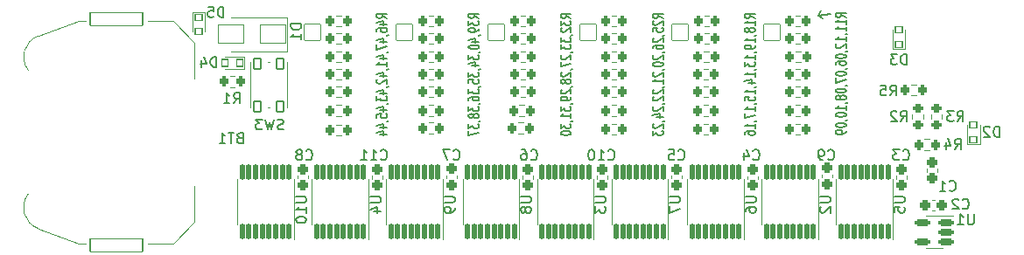
<source format=gbo>
%TF.GenerationSoftware,KiCad,Pcbnew,6.0.10*%
%TF.CreationDate,2023-02-04T17:50:08-06:00*%
%TF.ProjectId,button-clicker,62757474-6f6e-42d6-936c-69636b65722e,rev?*%
%TF.SameCoordinates,Original*%
%TF.FileFunction,Legend,Bot*%
%TF.FilePolarity,Positive*%
%FSLAX46Y46*%
G04 Gerber Fmt 4.6, Leading zero omitted, Abs format (unit mm)*
G04 Created by KiCad (PCBNEW 6.0.10) date 2023-02-04 17:50:08*
%MOMM*%
%LPD*%
G01*
G04 APERTURE LIST*
G04 Aperture macros list*
%AMRoundRect*
0 Rectangle with rounded corners*
0 $1 Rounding radius*
0 $2 $3 $4 $5 $6 $7 $8 $9 X,Y pos of 4 corners*
0 Add a 4 corners polygon primitive as box body*
4,1,4,$2,$3,$4,$5,$6,$7,$8,$9,$2,$3,0*
0 Add four circle primitives for the rounded corners*
1,1,$1+$1,$2,$3*
1,1,$1+$1,$4,$5*
1,1,$1+$1,$6,$7*
1,1,$1+$1,$8,$9*
0 Add four rect primitives between the rounded corners*
20,1,$1+$1,$2,$3,$4,$5,0*
20,1,$1+$1,$4,$5,$6,$7,0*
20,1,$1+$1,$6,$7,$8,$9,0*
20,1,$1+$1,$8,$9,$2,$3,0*%
G04 Aperture macros list end*
%ADD10C,0.150000*%
%ADD11C,0.120000*%
%ADD12RoundRect,0.060000X-0.800000X-0.800000X0.800000X-0.800000X0.800000X0.800000X-0.800000X0.800000X0*%
%ADD13C,1.720000*%
%ADD14C,2.220000*%
%ADD15C,1.870000*%
%ADD16RoundRect,0.210000X0.512500X0.150000X-0.512500X0.150000X-0.512500X-0.150000X0.512500X-0.150000X0*%
%ADD17RoundRect,0.260000X0.200000X0.275000X-0.200000X0.275000X-0.200000X-0.275000X0.200000X-0.275000X0*%
%ADD18RoundRect,0.160000X0.100000X-0.637500X0.100000X0.637500X-0.100000X0.637500X-0.100000X-0.637500X0*%
%ADD19RoundRect,0.285000X-0.250000X0.225000X-0.250000X-0.225000X0.250000X-0.225000X0.250000X0.225000X0*%
%ADD20RoundRect,0.260000X-0.200000X-0.275000X0.200000X-0.275000X0.200000X0.275000X-0.200000X0.275000X0*%
%ADD21RoundRect,0.285000X-0.225000X-0.250000X0.225000X-0.250000X0.225000X0.250000X-0.225000X0.250000X0*%
%ADD22RoundRect,0.060000X1.250000X0.900000X-1.250000X0.900000X-1.250000X-0.900000X1.250000X-0.900000X0*%
%ADD23RoundRect,0.060000X0.325000X-0.525000X0.325000X0.525000X-0.325000X0.525000X-0.325000X-0.525000X0*%
%ADD24RoundRect,0.060000X-0.300000X-0.350000X0.300000X-0.350000X0.300000X0.350000X-0.300000X0.350000X0*%
%ADD25RoundRect,0.060000X2.540000X-0.635000X2.540000X0.635000X-2.540000X0.635000X-2.540000X-0.635000X0*%
%ADD26C,17.920000*%
%ADD27RoundRect,0.260000X0.275000X-0.200000X0.275000X0.200000X-0.275000X0.200000X-0.275000X-0.200000X0*%
%ADD28RoundRect,0.060000X0.350000X-0.300000X0.350000X0.300000X-0.350000X0.300000X-0.350000X-0.300000X0*%
%ADD29RoundRect,0.060000X-0.350000X0.300000X-0.350000X-0.300000X0.350000X-0.300000X0.350000X0.300000X0*%
%ADD30RoundRect,0.260000X-0.275000X0.200000X-0.275000X-0.200000X0.275000X-0.200000X0.275000X0.200000X0*%
G04 APERTURE END LIST*
D10*
X101000000Y-21200000D02*
X101400000Y-21500000D01*
X101200000Y-20700000D02*
X101000000Y-21200000D01*
X101000000Y-21200000D02*
X101200000Y-20700000D01*
X102200000Y-21000000D02*
X101000000Y-21200000D01*
X59252380Y-21450000D02*
X58776190Y-21216666D01*
X59252380Y-21050000D02*
X58252380Y-21050000D01*
X58252380Y-21316666D01*
X58300000Y-21383333D01*
X58347619Y-21416666D01*
X58442857Y-21450000D01*
X58585714Y-21450000D01*
X58680952Y-21416666D01*
X58728571Y-21383333D01*
X58776190Y-21316666D01*
X58776190Y-21050000D01*
X58585714Y-22050000D02*
X59252380Y-22050000D01*
X58204761Y-21883333D02*
X58919047Y-21716666D01*
X58919047Y-22150000D01*
X58252380Y-22716666D02*
X58252380Y-22583333D01*
X58300000Y-22516666D01*
X58347619Y-22483333D01*
X58490476Y-22416666D01*
X58680952Y-22383333D01*
X59061904Y-22383333D01*
X59157142Y-22416666D01*
X59204761Y-22450000D01*
X59252380Y-22516666D01*
X59252380Y-22650000D01*
X59204761Y-22716666D01*
X59157142Y-22750000D01*
X59061904Y-22783333D01*
X58823809Y-22783333D01*
X58728571Y-22750000D01*
X58680952Y-22716666D01*
X58633333Y-22650000D01*
X58633333Y-22516666D01*
X58680952Y-22450000D01*
X58728571Y-22416666D01*
X58823809Y-22383333D01*
X59204761Y-23116666D02*
X59252380Y-23116666D01*
X59347619Y-23083333D01*
X59395238Y-23050000D01*
X58585714Y-23716666D02*
X59252380Y-23716666D01*
X58204761Y-23550000D02*
X58919047Y-23383333D01*
X58919047Y-23816666D01*
X58252380Y-24016666D02*
X58252380Y-24483333D01*
X59252380Y-24183333D01*
X59204761Y-24783333D02*
X59252380Y-24783333D01*
X59347619Y-24750000D01*
X59395238Y-24716666D01*
X58585714Y-25383333D02*
X59252380Y-25383333D01*
X58204761Y-25216666D02*
X58919047Y-25050000D01*
X58919047Y-25483333D01*
X59252380Y-26116666D02*
X59252380Y-25716666D01*
X59252380Y-25916666D02*
X58252380Y-25916666D01*
X58395238Y-25850000D01*
X58490476Y-25783333D01*
X58538095Y-25716666D01*
X59204761Y-26450000D02*
X59252380Y-26450000D01*
X59347619Y-26416666D01*
X59395238Y-26383333D01*
X58585714Y-27050000D02*
X59252380Y-27050000D01*
X58204761Y-26883333D02*
X58919047Y-26716666D01*
X58919047Y-27150000D01*
X58347619Y-27383333D02*
X58300000Y-27416666D01*
X58252380Y-27483333D01*
X58252380Y-27650000D01*
X58300000Y-27716666D01*
X58347619Y-27750000D01*
X58442857Y-27783333D01*
X58538095Y-27783333D01*
X58680952Y-27750000D01*
X59252380Y-27350000D01*
X59252380Y-27783333D01*
X59204761Y-28116666D02*
X59252380Y-28116666D01*
X59347619Y-28083333D01*
X59395238Y-28050000D01*
X58585714Y-28716666D02*
X59252380Y-28716666D01*
X58204761Y-28550000D02*
X58919047Y-28383333D01*
X58919047Y-28816666D01*
X58252380Y-29016666D02*
X58252380Y-29450000D01*
X58633333Y-29216666D01*
X58633333Y-29316666D01*
X58680952Y-29383333D01*
X58728571Y-29416666D01*
X58823809Y-29450000D01*
X59061904Y-29450000D01*
X59157142Y-29416666D01*
X59204761Y-29383333D01*
X59252380Y-29316666D01*
X59252380Y-29116666D01*
X59204761Y-29050000D01*
X59157142Y-29016666D01*
X59204761Y-29783333D02*
X59252380Y-29783333D01*
X59347619Y-29750000D01*
X59395238Y-29716666D01*
X58585714Y-30383333D02*
X59252380Y-30383333D01*
X58204761Y-30216666D02*
X58919047Y-30050000D01*
X58919047Y-30483333D01*
X58252380Y-31083333D02*
X58252380Y-30750000D01*
X58728571Y-30716666D01*
X58680952Y-30750000D01*
X58633333Y-30816666D01*
X58633333Y-30983333D01*
X58680952Y-31050000D01*
X58728571Y-31083333D01*
X58823809Y-31116666D01*
X59061904Y-31116666D01*
X59157142Y-31083333D01*
X59204761Y-31050000D01*
X59252380Y-30983333D01*
X59252380Y-30816666D01*
X59204761Y-30750000D01*
X59157142Y-30716666D01*
X59204761Y-31450000D02*
X59252380Y-31450000D01*
X59347619Y-31416666D01*
X59395238Y-31383333D01*
X58585714Y-32050000D02*
X59252380Y-32050000D01*
X58204761Y-31883333D02*
X58919047Y-31716666D01*
X58919047Y-32150000D01*
X58585714Y-32716666D02*
X59252380Y-32716666D01*
X58204761Y-32550000D02*
X58919047Y-32383333D01*
X58919047Y-32816666D01*
X68152380Y-21450000D02*
X67676190Y-21216666D01*
X68152380Y-21050000D02*
X67152380Y-21050000D01*
X67152380Y-21316666D01*
X67200000Y-21383333D01*
X67247619Y-21416666D01*
X67342857Y-21450000D01*
X67485714Y-21450000D01*
X67580952Y-21416666D01*
X67628571Y-21383333D01*
X67676190Y-21316666D01*
X67676190Y-21050000D01*
X67152380Y-21683333D02*
X67152380Y-22116666D01*
X67533333Y-21883333D01*
X67533333Y-21983333D01*
X67580952Y-22050000D01*
X67628571Y-22083333D01*
X67723809Y-22116666D01*
X67961904Y-22116666D01*
X68057142Y-22083333D01*
X68104761Y-22050000D01*
X68152380Y-21983333D01*
X68152380Y-21783333D01*
X68104761Y-21716666D01*
X68057142Y-21683333D01*
X68152380Y-22450000D02*
X68152380Y-22583333D01*
X68104761Y-22650000D01*
X68057142Y-22683333D01*
X67914285Y-22750000D01*
X67723809Y-22783333D01*
X67342857Y-22783333D01*
X67247619Y-22750000D01*
X67200000Y-22716666D01*
X67152380Y-22650000D01*
X67152380Y-22516666D01*
X67200000Y-22450000D01*
X67247619Y-22416666D01*
X67342857Y-22383333D01*
X67580952Y-22383333D01*
X67676190Y-22416666D01*
X67723809Y-22450000D01*
X67771428Y-22516666D01*
X67771428Y-22650000D01*
X67723809Y-22716666D01*
X67676190Y-22750000D01*
X67580952Y-22783333D01*
X68104761Y-23116666D02*
X68152380Y-23116666D01*
X68247619Y-23083333D01*
X68295238Y-23050000D01*
X67485714Y-23716666D02*
X68152380Y-23716666D01*
X67104761Y-23550000D02*
X67819047Y-23383333D01*
X67819047Y-23816666D01*
X67152380Y-24216666D02*
X67152380Y-24283333D01*
X67200000Y-24350000D01*
X67247619Y-24383333D01*
X67342857Y-24416666D01*
X67533333Y-24450000D01*
X67771428Y-24450000D01*
X67961904Y-24416666D01*
X68057142Y-24383333D01*
X68104761Y-24350000D01*
X68152380Y-24283333D01*
X68152380Y-24216666D01*
X68104761Y-24150000D01*
X68057142Y-24116666D01*
X67961904Y-24083333D01*
X67771428Y-24050000D01*
X67533333Y-24050000D01*
X67342857Y-24083333D01*
X67247619Y-24116666D01*
X67200000Y-24150000D01*
X67152380Y-24216666D01*
X68104761Y-24783333D02*
X68152380Y-24783333D01*
X68247619Y-24750000D01*
X68295238Y-24716666D01*
X67152380Y-25016666D02*
X67152380Y-25450000D01*
X67533333Y-25216666D01*
X67533333Y-25316666D01*
X67580952Y-25383333D01*
X67628571Y-25416666D01*
X67723809Y-25450000D01*
X67961904Y-25450000D01*
X68057142Y-25416666D01*
X68104761Y-25383333D01*
X68152380Y-25316666D01*
X68152380Y-25116666D01*
X68104761Y-25050000D01*
X68057142Y-25016666D01*
X67485714Y-26050000D02*
X68152380Y-26050000D01*
X67104761Y-25883333D02*
X67819047Y-25716666D01*
X67819047Y-26150000D01*
X68104761Y-26450000D02*
X68152380Y-26450000D01*
X68247619Y-26416666D01*
X68295238Y-26383333D01*
X67152380Y-26683333D02*
X67152380Y-27116666D01*
X67533333Y-26883333D01*
X67533333Y-26983333D01*
X67580952Y-27050000D01*
X67628571Y-27083333D01*
X67723809Y-27116666D01*
X67961904Y-27116666D01*
X68057142Y-27083333D01*
X68104761Y-27050000D01*
X68152380Y-26983333D01*
X68152380Y-26783333D01*
X68104761Y-26716666D01*
X68057142Y-26683333D01*
X67152380Y-27750000D02*
X67152380Y-27416666D01*
X67628571Y-27383333D01*
X67580952Y-27416666D01*
X67533333Y-27483333D01*
X67533333Y-27650000D01*
X67580952Y-27716666D01*
X67628571Y-27750000D01*
X67723809Y-27783333D01*
X67961904Y-27783333D01*
X68057142Y-27750000D01*
X68104761Y-27716666D01*
X68152380Y-27650000D01*
X68152380Y-27483333D01*
X68104761Y-27416666D01*
X68057142Y-27383333D01*
X68104761Y-28116666D02*
X68152380Y-28116666D01*
X68247619Y-28083333D01*
X68295238Y-28050000D01*
X67152380Y-28350000D02*
X67152380Y-28783333D01*
X67533333Y-28550000D01*
X67533333Y-28650000D01*
X67580952Y-28716666D01*
X67628571Y-28750000D01*
X67723809Y-28783333D01*
X67961904Y-28783333D01*
X68057142Y-28750000D01*
X68104761Y-28716666D01*
X68152380Y-28650000D01*
X68152380Y-28450000D01*
X68104761Y-28383333D01*
X68057142Y-28350000D01*
X67152380Y-29383333D02*
X67152380Y-29250000D01*
X67200000Y-29183333D01*
X67247619Y-29150000D01*
X67390476Y-29083333D01*
X67580952Y-29050000D01*
X67961904Y-29050000D01*
X68057142Y-29083333D01*
X68104761Y-29116666D01*
X68152380Y-29183333D01*
X68152380Y-29316666D01*
X68104761Y-29383333D01*
X68057142Y-29416666D01*
X67961904Y-29450000D01*
X67723809Y-29450000D01*
X67628571Y-29416666D01*
X67580952Y-29383333D01*
X67533333Y-29316666D01*
X67533333Y-29183333D01*
X67580952Y-29116666D01*
X67628571Y-29083333D01*
X67723809Y-29050000D01*
X68104761Y-29783333D02*
X68152380Y-29783333D01*
X68247619Y-29750000D01*
X68295238Y-29716666D01*
X67152380Y-30016666D02*
X67152380Y-30450000D01*
X67533333Y-30216666D01*
X67533333Y-30316666D01*
X67580952Y-30383333D01*
X67628571Y-30416666D01*
X67723809Y-30450000D01*
X67961904Y-30450000D01*
X68057142Y-30416666D01*
X68104761Y-30383333D01*
X68152380Y-30316666D01*
X68152380Y-30116666D01*
X68104761Y-30050000D01*
X68057142Y-30016666D01*
X67580952Y-30850000D02*
X67533333Y-30783333D01*
X67485714Y-30750000D01*
X67390476Y-30716666D01*
X67342857Y-30716666D01*
X67247619Y-30750000D01*
X67200000Y-30783333D01*
X67152380Y-30850000D01*
X67152380Y-30983333D01*
X67200000Y-31050000D01*
X67247619Y-31083333D01*
X67342857Y-31116666D01*
X67390476Y-31116666D01*
X67485714Y-31083333D01*
X67533333Y-31050000D01*
X67580952Y-30983333D01*
X67580952Y-30850000D01*
X67628571Y-30783333D01*
X67676190Y-30750000D01*
X67771428Y-30716666D01*
X67961904Y-30716666D01*
X68057142Y-30750000D01*
X68104761Y-30783333D01*
X68152380Y-30850000D01*
X68152380Y-30983333D01*
X68104761Y-31050000D01*
X68057142Y-31083333D01*
X67961904Y-31116666D01*
X67771428Y-31116666D01*
X67676190Y-31083333D01*
X67628571Y-31050000D01*
X67580952Y-30983333D01*
X68104761Y-31450000D02*
X68152380Y-31450000D01*
X68247619Y-31416666D01*
X68295238Y-31383333D01*
X67152380Y-31683333D02*
X67152380Y-32116666D01*
X67533333Y-31883333D01*
X67533333Y-31983333D01*
X67580952Y-32050000D01*
X67628571Y-32083333D01*
X67723809Y-32116666D01*
X67961904Y-32116666D01*
X68057142Y-32083333D01*
X68104761Y-32050000D01*
X68152380Y-31983333D01*
X68152380Y-31783333D01*
X68104761Y-31716666D01*
X68057142Y-31683333D01*
X67152380Y-32350000D02*
X67152380Y-32816666D01*
X68152380Y-32516666D01*
X77052380Y-21450000D02*
X76576190Y-21216666D01*
X77052380Y-21050000D02*
X76052380Y-21050000D01*
X76052380Y-21316666D01*
X76100000Y-21383333D01*
X76147619Y-21416666D01*
X76242857Y-21450000D01*
X76385714Y-21450000D01*
X76480952Y-21416666D01*
X76528571Y-21383333D01*
X76576190Y-21316666D01*
X76576190Y-21050000D01*
X76052380Y-21683333D02*
X76052380Y-22116666D01*
X76433333Y-21883333D01*
X76433333Y-21983333D01*
X76480952Y-22050000D01*
X76528571Y-22083333D01*
X76623809Y-22116666D01*
X76861904Y-22116666D01*
X76957142Y-22083333D01*
X77004761Y-22050000D01*
X77052380Y-21983333D01*
X77052380Y-21783333D01*
X77004761Y-21716666D01*
X76957142Y-21683333D01*
X76147619Y-22383333D02*
X76100000Y-22416666D01*
X76052380Y-22483333D01*
X76052380Y-22650000D01*
X76100000Y-22716666D01*
X76147619Y-22750000D01*
X76242857Y-22783333D01*
X76338095Y-22783333D01*
X76480952Y-22750000D01*
X77052380Y-22350000D01*
X77052380Y-22783333D01*
X77004761Y-23116666D02*
X77052380Y-23116666D01*
X77147619Y-23083333D01*
X77195238Y-23050000D01*
X76052380Y-23350000D02*
X76052380Y-23783333D01*
X76433333Y-23550000D01*
X76433333Y-23650000D01*
X76480952Y-23716666D01*
X76528571Y-23750000D01*
X76623809Y-23783333D01*
X76861904Y-23783333D01*
X76957142Y-23750000D01*
X77004761Y-23716666D01*
X77052380Y-23650000D01*
X77052380Y-23450000D01*
X77004761Y-23383333D01*
X76957142Y-23350000D01*
X76052380Y-24016666D02*
X76052380Y-24450000D01*
X76433333Y-24216666D01*
X76433333Y-24316666D01*
X76480952Y-24383333D01*
X76528571Y-24416666D01*
X76623809Y-24450000D01*
X76861904Y-24450000D01*
X76957142Y-24416666D01*
X77004761Y-24383333D01*
X77052380Y-24316666D01*
X77052380Y-24116666D01*
X77004761Y-24050000D01*
X76957142Y-24016666D01*
X77004761Y-24783333D02*
X77052380Y-24783333D01*
X77147619Y-24750000D01*
X77195238Y-24716666D01*
X76147619Y-25050000D02*
X76100000Y-25083333D01*
X76052380Y-25150000D01*
X76052380Y-25316666D01*
X76100000Y-25383333D01*
X76147619Y-25416666D01*
X76242857Y-25450000D01*
X76338095Y-25450000D01*
X76480952Y-25416666D01*
X77052380Y-25016666D01*
X77052380Y-25450000D01*
X76052380Y-25683333D02*
X76052380Y-26150000D01*
X77052380Y-25850000D01*
X77004761Y-26450000D02*
X77052380Y-26450000D01*
X77147619Y-26416666D01*
X77195238Y-26383333D01*
X76147619Y-26716666D02*
X76100000Y-26750000D01*
X76052380Y-26816666D01*
X76052380Y-26983333D01*
X76100000Y-27050000D01*
X76147619Y-27083333D01*
X76242857Y-27116666D01*
X76338095Y-27116666D01*
X76480952Y-27083333D01*
X77052380Y-26683333D01*
X77052380Y-27116666D01*
X76480952Y-27516666D02*
X76433333Y-27450000D01*
X76385714Y-27416666D01*
X76290476Y-27383333D01*
X76242857Y-27383333D01*
X76147619Y-27416666D01*
X76100000Y-27450000D01*
X76052380Y-27516666D01*
X76052380Y-27650000D01*
X76100000Y-27716666D01*
X76147619Y-27750000D01*
X76242857Y-27783333D01*
X76290476Y-27783333D01*
X76385714Y-27750000D01*
X76433333Y-27716666D01*
X76480952Y-27650000D01*
X76480952Y-27516666D01*
X76528571Y-27450000D01*
X76576190Y-27416666D01*
X76671428Y-27383333D01*
X76861904Y-27383333D01*
X76957142Y-27416666D01*
X77004761Y-27450000D01*
X77052380Y-27516666D01*
X77052380Y-27650000D01*
X77004761Y-27716666D01*
X76957142Y-27750000D01*
X76861904Y-27783333D01*
X76671428Y-27783333D01*
X76576190Y-27750000D01*
X76528571Y-27716666D01*
X76480952Y-27650000D01*
X77004761Y-28116666D02*
X77052380Y-28116666D01*
X77147619Y-28083333D01*
X77195238Y-28050000D01*
X76147619Y-28383333D02*
X76100000Y-28416666D01*
X76052380Y-28483333D01*
X76052380Y-28650000D01*
X76100000Y-28716666D01*
X76147619Y-28750000D01*
X76242857Y-28783333D01*
X76338095Y-28783333D01*
X76480952Y-28750000D01*
X77052380Y-28350000D01*
X77052380Y-28783333D01*
X77052380Y-29116666D02*
X77052380Y-29250000D01*
X77004761Y-29316666D01*
X76957142Y-29350000D01*
X76814285Y-29416666D01*
X76623809Y-29450000D01*
X76242857Y-29450000D01*
X76147619Y-29416666D01*
X76100000Y-29383333D01*
X76052380Y-29316666D01*
X76052380Y-29183333D01*
X76100000Y-29116666D01*
X76147619Y-29083333D01*
X76242857Y-29050000D01*
X76480952Y-29050000D01*
X76576190Y-29083333D01*
X76623809Y-29116666D01*
X76671428Y-29183333D01*
X76671428Y-29316666D01*
X76623809Y-29383333D01*
X76576190Y-29416666D01*
X76480952Y-29450000D01*
X77004761Y-29783333D02*
X77052380Y-29783333D01*
X77147619Y-29750000D01*
X77195238Y-29716666D01*
X76052380Y-30016666D02*
X76052380Y-30450000D01*
X76433333Y-30216666D01*
X76433333Y-30316666D01*
X76480952Y-30383333D01*
X76528571Y-30416666D01*
X76623809Y-30450000D01*
X76861904Y-30450000D01*
X76957142Y-30416666D01*
X77004761Y-30383333D01*
X77052380Y-30316666D01*
X77052380Y-30116666D01*
X77004761Y-30050000D01*
X76957142Y-30016666D01*
X77052380Y-31116666D02*
X77052380Y-30716666D01*
X77052380Y-30916666D02*
X76052380Y-30916666D01*
X76195238Y-30850000D01*
X76290476Y-30783333D01*
X76338095Y-30716666D01*
X77004761Y-31450000D02*
X77052380Y-31450000D01*
X77147619Y-31416666D01*
X77195238Y-31383333D01*
X76052380Y-31683333D02*
X76052380Y-32116666D01*
X76433333Y-31883333D01*
X76433333Y-31983333D01*
X76480952Y-32050000D01*
X76528571Y-32083333D01*
X76623809Y-32116666D01*
X76861904Y-32116666D01*
X76957142Y-32083333D01*
X77004761Y-32050000D01*
X77052380Y-31983333D01*
X77052380Y-31783333D01*
X77004761Y-31716666D01*
X76957142Y-31683333D01*
X76052380Y-32550000D02*
X76052380Y-32616666D01*
X76100000Y-32683333D01*
X76147619Y-32716666D01*
X76242857Y-32750000D01*
X76433333Y-32783333D01*
X76671428Y-32783333D01*
X76861904Y-32750000D01*
X76957142Y-32716666D01*
X77004761Y-32683333D01*
X77052380Y-32616666D01*
X77052380Y-32550000D01*
X77004761Y-32483333D01*
X76957142Y-32450000D01*
X76861904Y-32416666D01*
X76671428Y-32383333D01*
X76433333Y-32383333D01*
X76242857Y-32416666D01*
X76147619Y-32450000D01*
X76100000Y-32483333D01*
X76052380Y-32550000D01*
X85952380Y-21450000D02*
X85476190Y-21216666D01*
X85952380Y-21050000D02*
X84952380Y-21050000D01*
X84952380Y-21316666D01*
X85000000Y-21383333D01*
X85047619Y-21416666D01*
X85142857Y-21450000D01*
X85285714Y-21450000D01*
X85380952Y-21416666D01*
X85428571Y-21383333D01*
X85476190Y-21316666D01*
X85476190Y-21050000D01*
X85047619Y-21716666D02*
X85000000Y-21750000D01*
X84952380Y-21816666D01*
X84952380Y-21983333D01*
X85000000Y-22050000D01*
X85047619Y-22083333D01*
X85142857Y-22116666D01*
X85238095Y-22116666D01*
X85380952Y-22083333D01*
X85952380Y-21683333D01*
X85952380Y-22116666D01*
X84952380Y-22750000D02*
X84952380Y-22416666D01*
X85428571Y-22383333D01*
X85380952Y-22416666D01*
X85333333Y-22483333D01*
X85333333Y-22650000D01*
X85380952Y-22716666D01*
X85428571Y-22750000D01*
X85523809Y-22783333D01*
X85761904Y-22783333D01*
X85857142Y-22750000D01*
X85904761Y-22716666D01*
X85952380Y-22650000D01*
X85952380Y-22483333D01*
X85904761Y-22416666D01*
X85857142Y-22383333D01*
X85904761Y-23116666D02*
X85952380Y-23116666D01*
X86047619Y-23083333D01*
X86095238Y-23050000D01*
X85047619Y-23383333D02*
X85000000Y-23416666D01*
X84952380Y-23483333D01*
X84952380Y-23650000D01*
X85000000Y-23716666D01*
X85047619Y-23750000D01*
X85142857Y-23783333D01*
X85238095Y-23783333D01*
X85380952Y-23750000D01*
X85952380Y-23350000D01*
X85952380Y-23783333D01*
X84952380Y-24383333D02*
X84952380Y-24250000D01*
X85000000Y-24183333D01*
X85047619Y-24150000D01*
X85190476Y-24083333D01*
X85380952Y-24050000D01*
X85761904Y-24050000D01*
X85857142Y-24083333D01*
X85904761Y-24116666D01*
X85952380Y-24183333D01*
X85952380Y-24316666D01*
X85904761Y-24383333D01*
X85857142Y-24416666D01*
X85761904Y-24450000D01*
X85523809Y-24450000D01*
X85428571Y-24416666D01*
X85380952Y-24383333D01*
X85333333Y-24316666D01*
X85333333Y-24183333D01*
X85380952Y-24116666D01*
X85428571Y-24083333D01*
X85523809Y-24050000D01*
X85904761Y-24783333D02*
X85952380Y-24783333D01*
X86047619Y-24750000D01*
X86095238Y-24716666D01*
X85047619Y-25050000D02*
X85000000Y-25083333D01*
X84952380Y-25150000D01*
X84952380Y-25316666D01*
X85000000Y-25383333D01*
X85047619Y-25416666D01*
X85142857Y-25450000D01*
X85238095Y-25450000D01*
X85380952Y-25416666D01*
X85952380Y-25016666D01*
X85952380Y-25450000D01*
X84952380Y-25883333D02*
X84952380Y-25950000D01*
X85000000Y-26016666D01*
X85047619Y-26050000D01*
X85142857Y-26083333D01*
X85333333Y-26116666D01*
X85571428Y-26116666D01*
X85761904Y-26083333D01*
X85857142Y-26050000D01*
X85904761Y-26016666D01*
X85952380Y-25950000D01*
X85952380Y-25883333D01*
X85904761Y-25816666D01*
X85857142Y-25783333D01*
X85761904Y-25750000D01*
X85571428Y-25716666D01*
X85333333Y-25716666D01*
X85142857Y-25750000D01*
X85047619Y-25783333D01*
X85000000Y-25816666D01*
X84952380Y-25883333D01*
X85904761Y-26450000D02*
X85952380Y-26450000D01*
X86047619Y-26416666D01*
X86095238Y-26383333D01*
X85047619Y-26716666D02*
X85000000Y-26750000D01*
X84952380Y-26816666D01*
X84952380Y-26983333D01*
X85000000Y-27050000D01*
X85047619Y-27083333D01*
X85142857Y-27116666D01*
X85238095Y-27116666D01*
X85380952Y-27083333D01*
X85952380Y-26683333D01*
X85952380Y-27116666D01*
X85952380Y-27783333D02*
X85952380Y-27383333D01*
X85952380Y-27583333D02*
X84952380Y-27583333D01*
X85095238Y-27516666D01*
X85190476Y-27450000D01*
X85238095Y-27383333D01*
X85904761Y-28116666D02*
X85952380Y-28116666D01*
X86047619Y-28083333D01*
X86095238Y-28050000D01*
X85047619Y-28383333D02*
X85000000Y-28416666D01*
X84952380Y-28483333D01*
X84952380Y-28650000D01*
X85000000Y-28716666D01*
X85047619Y-28750000D01*
X85142857Y-28783333D01*
X85238095Y-28783333D01*
X85380952Y-28750000D01*
X85952380Y-28350000D01*
X85952380Y-28783333D01*
X85047619Y-29050000D02*
X85000000Y-29083333D01*
X84952380Y-29150000D01*
X84952380Y-29316666D01*
X85000000Y-29383333D01*
X85047619Y-29416666D01*
X85142857Y-29450000D01*
X85238095Y-29450000D01*
X85380952Y-29416666D01*
X85952380Y-29016666D01*
X85952380Y-29450000D01*
X85904761Y-29783333D02*
X85952380Y-29783333D01*
X86047619Y-29750000D01*
X86095238Y-29716666D01*
X85047619Y-30050000D02*
X85000000Y-30083333D01*
X84952380Y-30150000D01*
X84952380Y-30316666D01*
X85000000Y-30383333D01*
X85047619Y-30416666D01*
X85142857Y-30450000D01*
X85238095Y-30450000D01*
X85380952Y-30416666D01*
X85952380Y-30016666D01*
X85952380Y-30450000D01*
X85285714Y-31050000D02*
X85952380Y-31050000D01*
X84904761Y-30883333D02*
X85619047Y-30716666D01*
X85619047Y-31150000D01*
X85904761Y-31450000D02*
X85952380Y-31450000D01*
X86047619Y-31416666D01*
X86095238Y-31383333D01*
X85047619Y-31716666D02*
X85000000Y-31750000D01*
X84952380Y-31816666D01*
X84952380Y-31983333D01*
X85000000Y-32050000D01*
X85047619Y-32083333D01*
X85142857Y-32116666D01*
X85238095Y-32116666D01*
X85380952Y-32083333D01*
X85952380Y-31683333D01*
X85952380Y-32116666D01*
X84952380Y-32350000D02*
X84952380Y-32783333D01*
X85333333Y-32550000D01*
X85333333Y-32650000D01*
X85380952Y-32716666D01*
X85428571Y-32750000D01*
X85523809Y-32783333D01*
X85761904Y-32783333D01*
X85857142Y-32750000D01*
X85904761Y-32716666D01*
X85952380Y-32650000D01*
X85952380Y-32450000D01*
X85904761Y-32383333D01*
X85857142Y-32350000D01*
X94852380Y-21450000D02*
X94376190Y-21216666D01*
X94852380Y-21050000D02*
X93852380Y-21050000D01*
X93852380Y-21316666D01*
X93900000Y-21383333D01*
X93947619Y-21416666D01*
X94042857Y-21450000D01*
X94185714Y-21450000D01*
X94280952Y-21416666D01*
X94328571Y-21383333D01*
X94376190Y-21316666D01*
X94376190Y-21050000D01*
X94852380Y-22116666D02*
X94852380Y-21716666D01*
X94852380Y-21916666D02*
X93852380Y-21916666D01*
X93995238Y-21850000D01*
X94090476Y-21783333D01*
X94138095Y-21716666D01*
X94280952Y-22516666D02*
X94233333Y-22450000D01*
X94185714Y-22416666D01*
X94090476Y-22383333D01*
X94042857Y-22383333D01*
X93947619Y-22416666D01*
X93900000Y-22450000D01*
X93852380Y-22516666D01*
X93852380Y-22650000D01*
X93900000Y-22716666D01*
X93947619Y-22750000D01*
X94042857Y-22783333D01*
X94090476Y-22783333D01*
X94185714Y-22750000D01*
X94233333Y-22716666D01*
X94280952Y-22650000D01*
X94280952Y-22516666D01*
X94328571Y-22450000D01*
X94376190Y-22416666D01*
X94471428Y-22383333D01*
X94661904Y-22383333D01*
X94757142Y-22416666D01*
X94804761Y-22450000D01*
X94852380Y-22516666D01*
X94852380Y-22650000D01*
X94804761Y-22716666D01*
X94757142Y-22750000D01*
X94661904Y-22783333D01*
X94471428Y-22783333D01*
X94376190Y-22750000D01*
X94328571Y-22716666D01*
X94280952Y-22650000D01*
X94804761Y-23116666D02*
X94852380Y-23116666D01*
X94947619Y-23083333D01*
X94995238Y-23050000D01*
X94852380Y-23783333D02*
X94852380Y-23383333D01*
X94852380Y-23583333D02*
X93852380Y-23583333D01*
X93995238Y-23516666D01*
X94090476Y-23450000D01*
X94138095Y-23383333D01*
X94852380Y-24116666D02*
X94852380Y-24250000D01*
X94804761Y-24316666D01*
X94757142Y-24350000D01*
X94614285Y-24416666D01*
X94423809Y-24450000D01*
X94042857Y-24450000D01*
X93947619Y-24416666D01*
X93900000Y-24383333D01*
X93852380Y-24316666D01*
X93852380Y-24183333D01*
X93900000Y-24116666D01*
X93947619Y-24083333D01*
X94042857Y-24050000D01*
X94280952Y-24050000D01*
X94376190Y-24083333D01*
X94423809Y-24116666D01*
X94471428Y-24183333D01*
X94471428Y-24316666D01*
X94423809Y-24383333D01*
X94376190Y-24416666D01*
X94280952Y-24450000D01*
X94804761Y-24783333D02*
X94852380Y-24783333D01*
X94947619Y-24750000D01*
X94995238Y-24716666D01*
X94852380Y-25450000D02*
X94852380Y-25050000D01*
X94852380Y-25250000D02*
X93852380Y-25250000D01*
X93995238Y-25183333D01*
X94090476Y-25116666D01*
X94138095Y-25050000D01*
X93852380Y-25683333D02*
X93852380Y-26116666D01*
X94233333Y-25883333D01*
X94233333Y-25983333D01*
X94280952Y-26050000D01*
X94328571Y-26083333D01*
X94423809Y-26116666D01*
X94661904Y-26116666D01*
X94757142Y-26083333D01*
X94804761Y-26050000D01*
X94852380Y-25983333D01*
X94852380Y-25783333D01*
X94804761Y-25716666D01*
X94757142Y-25683333D01*
X94804761Y-26450000D02*
X94852380Y-26450000D01*
X94947619Y-26416666D01*
X94995238Y-26383333D01*
X94852380Y-27116666D02*
X94852380Y-26716666D01*
X94852380Y-26916666D02*
X93852380Y-26916666D01*
X93995238Y-26850000D01*
X94090476Y-26783333D01*
X94138095Y-26716666D01*
X94185714Y-27716666D02*
X94852380Y-27716666D01*
X93804761Y-27550000D02*
X94519047Y-27383333D01*
X94519047Y-27816666D01*
X94804761Y-28116666D02*
X94852380Y-28116666D01*
X94947619Y-28083333D01*
X94995238Y-28050000D01*
X94852380Y-28783333D02*
X94852380Y-28383333D01*
X94852380Y-28583333D02*
X93852380Y-28583333D01*
X93995238Y-28516666D01*
X94090476Y-28450000D01*
X94138095Y-28383333D01*
X93852380Y-29416666D02*
X93852380Y-29083333D01*
X94328571Y-29050000D01*
X94280952Y-29083333D01*
X94233333Y-29150000D01*
X94233333Y-29316666D01*
X94280952Y-29383333D01*
X94328571Y-29416666D01*
X94423809Y-29450000D01*
X94661904Y-29450000D01*
X94757142Y-29416666D01*
X94804761Y-29383333D01*
X94852380Y-29316666D01*
X94852380Y-29150000D01*
X94804761Y-29083333D01*
X94757142Y-29050000D01*
X94804761Y-29783333D02*
X94852380Y-29783333D01*
X94947619Y-29750000D01*
X94995238Y-29716666D01*
X94852380Y-30450000D02*
X94852380Y-30050000D01*
X94852380Y-30250000D02*
X93852380Y-30250000D01*
X93995238Y-30183333D01*
X94090476Y-30116666D01*
X94138095Y-30050000D01*
X93852380Y-30683333D02*
X93852380Y-31150000D01*
X94852380Y-30850000D01*
X94804761Y-31450000D02*
X94852380Y-31450000D01*
X94947619Y-31416666D01*
X94995238Y-31383333D01*
X94852380Y-32116666D02*
X94852380Y-31716666D01*
X94852380Y-31916666D02*
X93852380Y-31916666D01*
X93995238Y-31850000D01*
X94090476Y-31783333D01*
X94138095Y-31716666D01*
X93852380Y-32716666D02*
X93852380Y-32583333D01*
X93900000Y-32516666D01*
X93947619Y-32483333D01*
X94090476Y-32416666D01*
X94280952Y-32383333D01*
X94661904Y-32383333D01*
X94757142Y-32416666D01*
X94804761Y-32450000D01*
X94852380Y-32516666D01*
X94852380Y-32650000D01*
X94804761Y-32716666D01*
X94757142Y-32750000D01*
X94661904Y-32783333D01*
X94423809Y-32783333D01*
X94328571Y-32750000D01*
X94280952Y-32716666D01*
X94233333Y-32650000D01*
X94233333Y-32516666D01*
X94280952Y-32450000D01*
X94328571Y-32416666D01*
X94423809Y-32383333D01*
X103652380Y-21350000D02*
X103176190Y-21116666D01*
X103652380Y-20950000D02*
X102652380Y-20950000D01*
X102652380Y-21216666D01*
X102700000Y-21283333D01*
X102747619Y-21316666D01*
X102842857Y-21350000D01*
X102985714Y-21350000D01*
X103080952Y-21316666D01*
X103128571Y-21283333D01*
X103176190Y-21216666D01*
X103176190Y-20950000D01*
X103652380Y-22016666D02*
X103652380Y-21616666D01*
X103652380Y-21816666D02*
X102652380Y-21816666D01*
X102795238Y-21750000D01*
X102890476Y-21683333D01*
X102938095Y-21616666D01*
X103652380Y-22683333D02*
X103652380Y-22283333D01*
X103652380Y-22483333D02*
X102652380Y-22483333D01*
X102795238Y-22416666D01*
X102890476Y-22350000D01*
X102938095Y-22283333D01*
X103604761Y-23016666D02*
X103652380Y-23016666D01*
X103747619Y-22983333D01*
X103795238Y-22950000D01*
X103652380Y-23683333D02*
X103652380Y-23283333D01*
X103652380Y-23483333D02*
X102652380Y-23483333D01*
X102795238Y-23416666D01*
X102890476Y-23350000D01*
X102938095Y-23283333D01*
X102747619Y-23950000D02*
X102700000Y-23983333D01*
X102652380Y-24050000D01*
X102652380Y-24216666D01*
X102700000Y-24283333D01*
X102747619Y-24316666D01*
X102842857Y-24350000D01*
X102938095Y-24350000D01*
X103080952Y-24316666D01*
X103652380Y-23916666D01*
X103652380Y-24350000D01*
X103604761Y-24683333D02*
X103652380Y-24683333D01*
X103747619Y-24650000D01*
X103795238Y-24616666D01*
X102652380Y-25116666D02*
X102652380Y-25183333D01*
X102700000Y-25250000D01*
X102747619Y-25283333D01*
X102842857Y-25316666D01*
X103033333Y-25350000D01*
X103271428Y-25350000D01*
X103461904Y-25316666D01*
X103557142Y-25283333D01*
X103604761Y-25250000D01*
X103652380Y-25183333D01*
X103652380Y-25116666D01*
X103604761Y-25050000D01*
X103557142Y-25016666D01*
X103461904Y-24983333D01*
X103271428Y-24950000D01*
X103033333Y-24950000D01*
X102842857Y-24983333D01*
X102747619Y-25016666D01*
X102700000Y-25050000D01*
X102652380Y-25116666D01*
X102652380Y-25950000D02*
X102652380Y-25816666D01*
X102700000Y-25750000D01*
X102747619Y-25716666D01*
X102890476Y-25650000D01*
X103080952Y-25616666D01*
X103461904Y-25616666D01*
X103557142Y-25650000D01*
X103604761Y-25683333D01*
X103652380Y-25750000D01*
X103652380Y-25883333D01*
X103604761Y-25950000D01*
X103557142Y-25983333D01*
X103461904Y-26016666D01*
X103223809Y-26016666D01*
X103128571Y-25983333D01*
X103080952Y-25950000D01*
X103033333Y-25883333D01*
X103033333Y-25750000D01*
X103080952Y-25683333D01*
X103128571Y-25650000D01*
X103223809Y-25616666D01*
X103604761Y-26350000D02*
X103652380Y-26350000D01*
X103747619Y-26316666D01*
X103795238Y-26283333D01*
X102652380Y-26783333D02*
X102652380Y-26850000D01*
X102700000Y-26916666D01*
X102747619Y-26950000D01*
X102842857Y-26983333D01*
X103033333Y-27016666D01*
X103271428Y-27016666D01*
X103461904Y-26983333D01*
X103557142Y-26950000D01*
X103604761Y-26916666D01*
X103652380Y-26850000D01*
X103652380Y-26783333D01*
X103604761Y-26716666D01*
X103557142Y-26683333D01*
X103461904Y-26650000D01*
X103271428Y-26616666D01*
X103033333Y-26616666D01*
X102842857Y-26650000D01*
X102747619Y-26683333D01*
X102700000Y-26716666D01*
X102652380Y-26783333D01*
X102652380Y-27250000D02*
X102652380Y-27716666D01*
X103652380Y-27416666D01*
X103604761Y-28016666D02*
X103652380Y-28016666D01*
X103747619Y-27983333D01*
X103795238Y-27950000D01*
X102652380Y-28450000D02*
X102652380Y-28516666D01*
X102700000Y-28583333D01*
X102747619Y-28616666D01*
X102842857Y-28650000D01*
X103033333Y-28683333D01*
X103271428Y-28683333D01*
X103461904Y-28650000D01*
X103557142Y-28616666D01*
X103604761Y-28583333D01*
X103652380Y-28516666D01*
X103652380Y-28450000D01*
X103604761Y-28383333D01*
X103557142Y-28350000D01*
X103461904Y-28316666D01*
X103271428Y-28283333D01*
X103033333Y-28283333D01*
X102842857Y-28316666D01*
X102747619Y-28350000D01*
X102700000Y-28383333D01*
X102652380Y-28450000D01*
X103080952Y-29083333D02*
X103033333Y-29016666D01*
X102985714Y-28983333D01*
X102890476Y-28950000D01*
X102842857Y-28950000D01*
X102747619Y-28983333D01*
X102700000Y-29016666D01*
X102652380Y-29083333D01*
X102652380Y-29216666D01*
X102700000Y-29283333D01*
X102747619Y-29316666D01*
X102842857Y-29350000D01*
X102890476Y-29350000D01*
X102985714Y-29316666D01*
X103033333Y-29283333D01*
X103080952Y-29216666D01*
X103080952Y-29083333D01*
X103128571Y-29016666D01*
X103176190Y-28983333D01*
X103271428Y-28950000D01*
X103461904Y-28950000D01*
X103557142Y-28983333D01*
X103604761Y-29016666D01*
X103652380Y-29083333D01*
X103652380Y-29216666D01*
X103604761Y-29283333D01*
X103557142Y-29316666D01*
X103461904Y-29350000D01*
X103271428Y-29350000D01*
X103176190Y-29316666D01*
X103128571Y-29283333D01*
X103080952Y-29216666D01*
X103604761Y-29683333D02*
X103652380Y-29683333D01*
X103747619Y-29650000D01*
X103795238Y-29616666D01*
X103652380Y-30350000D02*
X103652380Y-29950000D01*
X103652380Y-30150000D02*
X102652380Y-30150000D01*
X102795238Y-30083333D01*
X102890476Y-30016666D01*
X102938095Y-29950000D01*
X102652380Y-30783333D02*
X102652380Y-30850000D01*
X102700000Y-30916666D01*
X102747619Y-30950000D01*
X102842857Y-30983333D01*
X103033333Y-31016666D01*
X103271428Y-31016666D01*
X103461904Y-30983333D01*
X103557142Y-30950000D01*
X103604761Y-30916666D01*
X103652380Y-30850000D01*
X103652380Y-30783333D01*
X103604761Y-30716666D01*
X103557142Y-30683333D01*
X103461904Y-30650000D01*
X103271428Y-30616666D01*
X103033333Y-30616666D01*
X102842857Y-30650000D01*
X102747619Y-30683333D01*
X102700000Y-30716666D01*
X102652380Y-30783333D01*
X103604761Y-31350000D02*
X103652380Y-31350000D01*
X103747619Y-31316666D01*
X103795238Y-31283333D01*
X102652380Y-31783333D02*
X102652380Y-31850000D01*
X102700000Y-31916666D01*
X102747619Y-31950000D01*
X102842857Y-31983333D01*
X103033333Y-32016666D01*
X103271428Y-32016666D01*
X103461904Y-31983333D01*
X103557142Y-31950000D01*
X103604761Y-31916666D01*
X103652380Y-31850000D01*
X103652380Y-31783333D01*
X103604761Y-31716666D01*
X103557142Y-31683333D01*
X103461904Y-31650000D01*
X103271428Y-31616666D01*
X103033333Y-31616666D01*
X102842857Y-31650000D01*
X102747619Y-31683333D01*
X102700000Y-31716666D01*
X102652380Y-31783333D01*
X103652380Y-32350000D02*
X103652380Y-32483333D01*
X103604761Y-32550000D01*
X103557142Y-32583333D01*
X103414285Y-32650000D01*
X103223809Y-32683333D01*
X102842857Y-32683333D01*
X102747619Y-32650000D01*
X102700000Y-32616666D01*
X102652380Y-32550000D01*
X102652380Y-32416666D01*
X102700000Y-32350000D01*
X102747619Y-32316666D01*
X102842857Y-32283333D01*
X103080952Y-32283333D01*
X103176190Y-32316666D01*
X103223809Y-32350000D01*
X103271428Y-32416666D01*
X103271428Y-32550000D01*
X103223809Y-32616666D01*
X103176190Y-32650000D01*
X103080952Y-32683333D01*
%TO.C,U1*%
X116011904Y-40452380D02*
X116011904Y-41261904D01*
X115964285Y-41357142D01*
X115916666Y-41404761D01*
X115821428Y-41452380D01*
X115630952Y-41452380D01*
X115535714Y-41404761D01*
X115488095Y-41357142D01*
X115440476Y-41261904D01*
X115440476Y-40452380D01*
X114440476Y-41452380D02*
X115011904Y-41452380D01*
X114726190Y-41452380D02*
X114726190Y-40452380D01*
X114821428Y-40595238D01*
X114916666Y-40690476D01*
X115011904Y-40738095D01*
%TO.C,U3*%
X79402380Y-38738095D02*
X80211904Y-38738095D01*
X80307142Y-38785714D01*
X80354761Y-38833333D01*
X80402380Y-38928571D01*
X80402380Y-39119047D01*
X80354761Y-39214285D01*
X80307142Y-39261904D01*
X80211904Y-39309523D01*
X79402380Y-39309523D01*
X79402380Y-39690476D02*
X79402380Y-40309523D01*
X79783333Y-39976190D01*
X79783333Y-40119047D01*
X79830952Y-40214285D01*
X79878571Y-40261904D01*
X79973809Y-40309523D01*
X80211904Y-40309523D01*
X80307142Y-40261904D01*
X80354761Y-40214285D01*
X80402380Y-40119047D01*
X80402380Y-39833333D01*
X80354761Y-39738095D01*
X80307142Y-39690476D01*
%TO.C,C3*%
X109166666Y-35107142D02*
X109214285Y-35154761D01*
X109357142Y-35202380D01*
X109452380Y-35202380D01*
X109595238Y-35154761D01*
X109690476Y-35059523D01*
X109738095Y-34964285D01*
X109785714Y-34773809D01*
X109785714Y-34630952D01*
X109738095Y-34440476D01*
X109690476Y-34345238D01*
X109595238Y-34250000D01*
X109452380Y-34202380D01*
X109357142Y-34202380D01*
X109214285Y-34250000D01*
X109166666Y-34297619D01*
X108833333Y-34202380D02*
X108214285Y-34202380D01*
X108547619Y-34583333D01*
X108404761Y-34583333D01*
X108309523Y-34630952D01*
X108261904Y-34678571D01*
X108214285Y-34773809D01*
X108214285Y-35011904D01*
X108261904Y-35107142D01*
X108309523Y-35154761D01*
X108404761Y-35202380D01*
X108690476Y-35202380D01*
X108785714Y-35154761D01*
X108833333Y-35107142D01*
%TO.C,C6*%
X73166666Y-35107142D02*
X73214285Y-35154761D01*
X73357142Y-35202380D01*
X73452380Y-35202380D01*
X73595238Y-35154761D01*
X73690476Y-35059523D01*
X73738095Y-34964285D01*
X73785714Y-34773809D01*
X73785714Y-34630952D01*
X73738095Y-34440476D01*
X73690476Y-34345238D01*
X73595238Y-34250000D01*
X73452380Y-34202380D01*
X73357142Y-34202380D01*
X73214285Y-34250000D01*
X73166666Y-34297619D01*
X72309523Y-34202380D02*
X72500000Y-34202380D01*
X72595238Y-34250000D01*
X72642857Y-34297619D01*
X72738095Y-34440476D01*
X72785714Y-34630952D01*
X72785714Y-35011904D01*
X72738095Y-35107142D01*
X72690476Y-35154761D01*
X72595238Y-35202380D01*
X72404761Y-35202380D01*
X72309523Y-35154761D01*
X72261904Y-35107142D01*
X72214285Y-35011904D01*
X72214285Y-34773809D01*
X72261904Y-34678571D01*
X72309523Y-34630952D01*
X72404761Y-34583333D01*
X72595238Y-34583333D01*
X72690476Y-34630952D01*
X72738095Y-34678571D01*
X72785714Y-34773809D01*
%TO.C,C2*%
X114916666Y-39857142D02*
X114964285Y-39904761D01*
X115107142Y-39952380D01*
X115202380Y-39952380D01*
X115345238Y-39904761D01*
X115440476Y-39809523D01*
X115488095Y-39714285D01*
X115535714Y-39523809D01*
X115535714Y-39380952D01*
X115488095Y-39190476D01*
X115440476Y-39095238D01*
X115345238Y-39000000D01*
X115202380Y-38952380D01*
X115107142Y-38952380D01*
X114964285Y-39000000D01*
X114916666Y-39047619D01*
X114535714Y-39047619D02*
X114488095Y-39000000D01*
X114392857Y-38952380D01*
X114154761Y-38952380D01*
X114059523Y-39000000D01*
X114011904Y-39047619D01*
X113964285Y-39142857D01*
X113964285Y-39238095D01*
X114011904Y-39380952D01*
X114583333Y-39952380D01*
X113964285Y-39952380D01*
%TO.C,C7*%
X65666666Y-35107142D02*
X65714285Y-35154761D01*
X65857142Y-35202380D01*
X65952380Y-35202380D01*
X66095238Y-35154761D01*
X66190476Y-35059523D01*
X66238095Y-34964285D01*
X66285714Y-34773809D01*
X66285714Y-34630952D01*
X66238095Y-34440476D01*
X66190476Y-34345238D01*
X66095238Y-34250000D01*
X65952380Y-34202380D01*
X65857142Y-34202380D01*
X65714285Y-34250000D01*
X65666666Y-34297619D01*
X65333333Y-34202380D02*
X64666666Y-34202380D01*
X65095238Y-35202380D01*
%TO.C,U5*%
X108337115Y-38738095D02*
X109146639Y-38738095D01*
X109241877Y-38785714D01*
X109289496Y-38833333D01*
X109337115Y-38928571D01*
X109337115Y-39119047D01*
X109289496Y-39214285D01*
X109241877Y-39261904D01*
X109146639Y-39309523D01*
X108337115Y-39309523D01*
X108337115Y-40261904D02*
X108337115Y-39785714D01*
X108813306Y-39738095D01*
X108765687Y-39785714D01*
X108718068Y-39880952D01*
X108718068Y-40119047D01*
X108765687Y-40214285D01*
X108813306Y-40261904D01*
X108908544Y-40309523D01*
X109146639Y-40309523D01*
X109241877Y-40261904D01*
X109289496Y-40214285D01*
X109337115Y-40119047D01*
X109337115Y-39880952D01*
X109289496Y-39785714D01*
X109241877Y-39738095D01*
%TO.C,C4*%
X94666666Y-35107142D02*
X94714285Y-35154761D01*
X94857142Y-35202380D01*
X94952380Y-35202380D01*
X95095238Y-35154761D01*
X95190476Y-35059523D01*
X95238095Y-34964285D01*
X95285714Y-34773809D01*
X95285714Y-34630952D01*
X95238095Y-34440476D01*
X95190476Y-34345238D01*
X95095238Y-34250000D01*
X94952380Y-34202380D01*
X94857142Y-34202380D01*
X94714285Y-34250000D01*
X94666666Y-34297619D01*
X93809523Y-34535714D02*
X93809523Y-35202380D01*
X94047619Y-34154761D02*
X94285714Y-34869047D01*
X93666666Y-34869047D01*
%TO.C,D1*%
X50952380Y-22011904D02*
X49952380Y-22011904D01*
X49952380Y-22250000D01*
X50000000Y-22392857D01*
X50095238Y-22488095D01*
X50190476Y-22535714D01*
X50380952Y-22583333D01*
X50523809Y-22583333D01*
X50714285Y-22535714D01*
X50809523Y-22488095D01*
X50904761Y-22392857D01*
X50952380Y-22250000D01*
X50952380Y-22011904D01*
X50952380Y-23535714D02*
X50952380Y-22964285D01*
X50952380Y-23250000D02*
X49952380Y-23250000D01*
X50095238Y-23154761D01*
X50190476Y-23059523D01*
X50238095Y-22964285D01*
%TO.C,U6*%
X93937115Y-38738095D02*
X94746639Y-38738095D01*
X94841877Y-38785714D01*
X94889496Y-38833333D01*
X94937115Y-38928571D01*
X94937115Y-39119047D01*
X94889496Y-39214285D01*
X94841877Y-39261904D01*
X94746639Y-39309523D01*
X93937115Y-39309523D01*
X93937115Y-40214285D02*
X93937115Y-40023809D01*
X93984735Y-39928571D01*
X94032354Y-39880952D01*
X94175211Y-39785714D01*
X94365687Y-39738095D01*
X94746639Y-39738095D01*
X94841877Y-39785714D01*
X94889496Y-39833333D01*
X94937115Y-39928571D01*
X94937115Y-40119047D01*
X94889496Y-40214285D01*
X94841877Y-40261904D01*
X94746639Y-40309523D01*
X94508544Y-40309523D01*
X94413306Y-40261904D01*
X94365687Y-40214285D01*
X94318068Y-40119047D01*
X94318068Y-39928571D01*
X94365687Y-39833333D01*
X94413306Y-39785714D01*
X94508544Y-39738095D01*
%TO.C,U2*%
X101137115Y-38738095D02*
X101946639Y-38738095D01*
X102041877Y-38785714D01*
X102089496Y-38833333D01*
X102137115Y-38928571D01*
X102137115Y-39119047D01*
X102089496Y-39214285D01*
X102041877Y-39261904D01*
X101946639Y-39309523D01*
X101137115Y-39309523D01*
X101232354Y-39738095D02*
X101184735Y-39785714D01*
X101137115Y-39880952D01*
X101137115Y-40119047D01*
X101184735Y-40214285D01*
X101232354Y-40261904D01*
X101327592Y-40309523D01*
X101422830Y-40309523D01*
X101565687Y-40261904D01*
X102137115Y-39690476D01*
X102137115Y-40309523D01*
%TO.C,SW3*%
X49233333Y-32204761D02*
X49090476Y-32252380D01*
X48852380Y-32252380D01*
X48757142Y-32204761D01*
X48709523Y-32157142D01*
X48661904Y-32061904D01*
X48661904Y-31966666D01*
X48709523Y-31871428D01*
X48757142Y-31823809D01*
X48852380Y-31776190D01*
X49042857Y-31728571D01*
X49138095Y-31680952D01*
X49185714Y-31633333D01*
X49233333Y-31538095D01*
X49233333Y-31442857D01*
X49185714Y-31347619D01*
X49138095Y-31300000D01*
X49042857Y-31252380D01*
X48804761Y-31252380D01*
X48661904Y-31300000D01*
X48328571Y-31252380D02*
X48090476Y-32252380D01*
X47900000Y-31538095D01*
X47709523Y-32252380D01*
X47471428Y-31252380D01*
X47185714Y-31252380D02*
X46566666Y-31252380D01*
X46900000Y-31633333D01*
X46757142Y-31633333D01*
X46661904Y-31680952D01*
X46614285Y-31728571D01*
X46566666Y-31823809D01*
X46566666Y-32061904D01*
X46614285Y-32157142D01*
X46661904Y-32204761D01*
X46757142Y-32252380D01*
X47042857Y-32252380D01*
X47138095Y-32204761D01*
X47185714Y-32157142D01*
%TO.C,U7*%
X86602380Y-38738095D02*
X87411904Y-38738095D01*
X87507142Y-38785714D01*
X87554761Y-38833333D01*
X87602380Y-38928571D01*
X87602380Y-39119047D01*
X87554761Y-39214285D01*
X87507142Y-39261904D01*
X87411904Y-39309523D01*
X86602380Y-39309523D01*
X86602380Y-39690476D02*
X86602380Y-40357142D01*
X87602380Y-39928571D01*
%TO.C,C8*%
X51416666Y-35107142D02*
X51464285Y-35154761D01*
X51607142Y-35202380D01*
X51702380Y-35202380D01*
X51845238Y-35154761D01*
X51940476Y-35059523D01*
X51988095Y-34964285D01*
X52035714Y-34773809D01*
X52035714Y-34630952D01*
X51988095Y-34440476D01*
X51940476Y-34345238D01*
X51845238Y-34250000D01*
X51702380Y-34202380D01*
X51607142Y-34202380D01*
X51464285Y-34250000D01*
X51416666Y-34297619D01*
X50845238Y-34630952D02*
X50940476Y-34583333D01*
X50988095Y-34535714D01*
X51035714Y-34440476D01*
X51035714Y-34392857D01*
X50988095Y-34297619D01*
X50940476Y-34250000D01*
X50845238Y-34202380D01*
X50654761Y-34202380D01*
X50559523Y-34250000D01*
X50511904Y-34297619D01*
X50464285Y-34392857D01*
X50464285Y-34440476D01*
X50511904Y-34535714D01*
X50559523Y-34583333D01*
X50654761Y-34630952D01*
X50845238Y-34630952D01*
X50940476Y-34678571D01*
X50988095Y-34726190D01*
X51035714Y-34821428D01*
X51035714Y-35011904D01*
X50988095Y-35107142D01*
X50940476Y-35154761D01*
X50845238Y-35202380D01*
X50654761Y-35202380D01*
X50559523Y-35154761D01*
X50511904Y-35107142D01*
X50464285Y-35011904D01*
X50464285Y-34821428D01*
X50511904Y-34726190D01*
X50559523Y-34678571D01*
X50654761Y-34630952D01*
%TO.C,C9*%
X101916666Y-35107142D02*
X101964285Y-35154761D01*
X102107142Y-35202380D01*
X102202380Y-35202380D01*
X102345238Y-35154761D01*
X102440476Y-35059523D01*
X102488095Y-34964285D01*
X102535714Y-34773809D01*
X102535714Y-34630952D01*
X102488095Y-34440476D01*
X102440476Y-34345238D01*
X102345238Y-34250000D01*
X102202380Y-34202380D01*
X102107142Y-34202380D01*
X101964285Y-34250000D01*
X101916666Y-34297619D01*
X101440476Y-35202380D02*
X101250000Y-35202380D01*
X101154761Y-35154761D01*
X101107142Y-35107142D01*
X101011904Y-34964285D01*
X100964285Y-34773809D01*
X100964285Y-34392857D01*
X101011904Y-34297619D01*
X101059523Y-34250000D01*
X101154761Y-34202380D01*
X101345238Y-34202380D01*
X101440476Y-34250000D01*
X101488095Y-34297619D01*
X101535714Y-34392857D01*
X101535714Y-34630952D01*
X101488095Y-34726190D01*
X101440476Y-34773809D01*
X101345238Y-34821428D01*
X101154761Y-34821428D01*
X101059523Y-34773809D01*
X101011904Y-34726190D01*
X100964285Y-34630952D01*
%TO.C,U10*%
X50452380Y-38761904D02*
X51261904Y-38761904D01*
X51357142Y-38809523D01*
X51404761Y-38857142D01*
X51452380Y-38952380D01*
X51452380Y-39142857D01*
X51404761Y-39238095D01*
X51357142Y-39285714D01*
X51261904Y-39333333D01*
X50452380Y-39333333D01*
X51452380Y-40333333D02*
X51452380Y-39761904D01*
X51452380Y-40047619D02*
X50452380Y-40047619D01*
X50595238Y-39952380D01*
X50690476Y-39857142D01*
X50738095Y-39761904D01*
X50452380Y-40952380D02*
X50452380Y-41047619D01*
X50500000Y-41142857D01*
X50547619Y-41190476D01*
X50642857Y-41238095D01*
X50833333Y-41285714D01*
X51071428Y-41285714D01*
X51261904Y-41238095D01*
X51357142Y-41190476D01*
X51404761Y-41142857D01*
X51452380Y-41047619D01*
X51452380Y-40952380D01*
X51404761Y-40857142D01*
X51357142Y-40809523D01*
X51261904Y-40761904D01*
X51071428Y-40714285D01*
X50833333Y-40714285D01*
X50642857Y-40761904D01*
X50547619Y-40809523D01*
X50500000Y-40857142D01*
X50452380Y-40952380D01*
%TO.C,C10*%
X80642857Y-35107142D02*
X80690476Y-35154761D01*
X80833333Y-35202380D01*
X80928571Y-35202380D01*
X81071428Y-35154761D01*
X81166666Y-35059523D01*
X81214285Y-34964285D01*
X81261904Y-34773809D01*
X81261904Y-34630952D01*
X81214285Y-34440476D01*
X81166666Y-34345238D01*
X81071428Y-34250000D01*
X80928571Y-34202380D01*
X80833333Y-34202380D01*
X80690476Y-34250000D01*
X80642857Y-34297619D01*
X79690476Y-35202380D02*
X80261904Y-35202380D01*
X79976190Y-35202380D02*
X79976190Y-34202380D01*
X80071428Y-34345238D01*
X80166666Y-34440476D01*
X80261904Y-34488095D01*
X79071428Y-34202380D02*
X78976190Y-34202380D01*
X78880952Y-34250000D01*
X78833333Y-34297619D01*
X78785714Y-34392857D01*
X78738095Y-34583333D01*
X78738095Y-34821428D01*
X78785714Y-35011904D01*
X78833333Y-35107142D01*
X78880952Y-35154761D01*
X78976190Y-35202380D01*
X79071428Y-35202380D01*
X79166666Y-35154761D01*
X79214285Y-35107142D01*
X79261904Y-35011904D01*
X79309523Y-34821428D01*
X79309523Y-34583333D01*
X79261904Y-34392857D01*
X79214285Y-34297619D01*
X79166666Y-34250000D01*
X79071428Y-34202380D01*
%TO.C,D4*%
X42738095Y-26202380D02*
X42738095Y-25202380D01*
X42500000Y-25202380D01*
X42357142Y-25250000D01*
X42261904Y-25345238D01*
X42214285Y-25440476D01*
X42166666Y-25630952D01*
X42166666Y-25773809D01*
X42214285Y-25964285D01*
X42261904Y-26059523D01*
X42357142Y-26154761D01*
X42500000Y-26202380D01*
X42738095Y-26202380D01*
X41309523Y-25535714D02*
X41309523Y-26202380D01*
X41547619Y-25154761D02*
X41785714Y-25869047D01*
X41166666Y-25869047D01*
%TO.C,C1*%
X113666666Y-38107142D02*
X113714285Y-38154761D01*
X113857142Y-38202380D01*
X113952380Y-38202380D01*
X114095238Y-38154761D01*
X114190476Y-38059523D01*
X114238095Y-37964285D01*
X114285714Y-37773809D01*
X114285714Y-37630952D01*
X114238095Y-37440476D01*
X114190476Y-37345238D01*
X114095238Y-37250000D01*
X113952380Y-37202380D01*
X113857142Y-37202380D01*
X113714285Y-37250000D01*
X113666666Y-37297619D01*
X112714285Y-38202380D02*
X113285714Y-38202380D01*
X113000000Y-38202380D02*
X113000000Y-37202380D01*
X113095238Y-37345238D01*
X113190476Y-37440476D01*
X113285714Y-37488095D01*
%TO.C,R1*%
X44416666Y-29702380D02*
X44750000Y-29226190D01*
X44988095Y-29702380D02*
X44988095Y-28702380D01*
X44607142Y-28702380D01*
X44511904Y-28750000D01*
X44464285Y-28797619D01*
X44416666Y-28892857D01*
X44416666Y-29035714D01*
X44464285Y-29130952D01*
X44511904Y-29178571D01*
X44607142Y-29226190D01*
X44988095Y-29226190D01*
X43464285Y-29702380D02*
X44035714Y-29702380D01*
X43750000Y-29702380D02*
X43750000Y-28702380D01*
X43845238Y-28845238D01*
X43940476Y-28940476D01*
X44035714Y-28988095D01*
%TO.C,BT1*%
X44985714Y-33028571D02*
X44842857Y-33076190D01*
X44795238Y-33123809D01*
X44747619Y-33219047D01*
X44747619Y-33361904D01*
X44795238Y-33457142D01*
X44842857Y-33504761D01*
X44938095Y-33552380D01*
X45319047Y-33552380D01*
X45319047Y-32552380D01*
X44985714Y-32552380D01*
X44890476Y-32600000D01*
X44842857Y-32647619D01*
X44795238Y-32742857D01*
X44795238Y-32838095D01*
X44842857Y-32933333D01*
X44890476Y-32980952D01*
X44985714Y-33028571D01*
X45319047Y-33028571D01*
X44461904Y-32552380D02*
X43890476Y-32552380D01*
X44176190Y-33552380D02*
X44176190Y-32552380D01*
X43033333Y-33552380D02*
X43604761Y-33552380D01*
X43319047Y-33552380D02*
X43319047Y-32552380D01*
X43414285Y-32695238D01*
X43509523Y-32790476D01*
X43604761Y-32838095D01*
%TO.C,R3*%
X114416666Y-31452380D02*
X114750000Y-30976190D01*
X114988095Y-31452380D02*
X114988095Y-30452380D01*
X114607142Y-30452380D01*
X114511904Y-30500000D01*
X114464285Y-30547619D01*
X114416666Y-30642857D01*
X114416666Y-30785714D01*
X114464285Y-30880952D01*
X114511904Y-30928571D01*
X114607142Y-30976190D01*
X114988095Y-30976190D01*
X114083333Y-30452380D02*
X113464285Y-30452380D01*
X113797619Y-30833333D01*
X113654761Y-30833333D01*
X113559523Y-30880952D01*
X113511904Y-30928571D01*
X113464285Y-31023809D01*
X113464285Y-31261904D01*
X113511904Y-31357142D01*
X113559523Y-31404761D01*
X113654761Y-31452380D01*
X113940476Y-31452380D01*
X114035714Y-31404761D01*
X114083333Y-31357142D01*
%TO.C,U9*%
X64802380Y-38738095D02*
X65611904Y-38738095D01*
X65707142Y-38785714D01*
X65754761Y-38833333D01*
X65802380Y-38928571D01*
X65802380Y-39119047D01*
X65754761Y-39214285D01*
X65707142Y-39261904D01*
X65611904Y-39309523D01*
X64802380Y-39309523D01*
X65802380Y-39833333D02*
X65802380Y-40023809D01*
X65754761Y-40119047D01*
X65707142Y-40166666D01*
X65564285Y-40261904D01*
X65373809Y-40309523D01*
X64992857Y-40309523D01*
X64897619Y-40261904D01*
X64850000Y-40214285D01*
X64802380Y-40119047D01*
X64802380Y-39928571D01*
X64850000Y-39833333D01*
X64897619Y-39785714D01*
X64992857Y-39738095D01*
X65230952Y-39738095D01*
X65326190Y-39785714D01*
X65373809Y-39833333D01*
X65421428Y-39928571D01*
X65421428Y-40119047D01*
X65373809Y-40214285D01*
X65326190Y-40261904D01*
X65230952Y-40309523D01*
%TO.C,R5*%
X107916666Y-28952380D02*
X108250000Y-28476190D01*
X108488095Y-28952380D02*
X108488095Y-27952380D01*
X108107142Y-27952380D01*
X108011904Y-28000000D01*
X107964285Y-28047619D01*
X107916666Y-28142857D01*
X107916666Y-28285714D01*
X107964285Y-28380952D01*
X108011904Y-28428571D01*
X108107142Y-28476190D01*
X108488095Y-28476190D01*
X107011904Y-27952380D02*
X107488095Y-27952380D01*
X107535714Y-28428571D01*
X107488095Y-28380952D01*
X107392857Y-28333333D01*
X107154761Y-28333333D01*
X107059523Y-28380952D01*
X107011904Y-28428571D01*
X106964285Y-28523809D01*
X106964285Y-28761904D01*
X107011904Y-28857142D01*
X107059523Y-28904761D01*
X107154761Y-28952380D01*
X107392857Y-28952380D01*
X107488095Y-28904761D01*
X107535714Y-28857142D01*
%TO.C,C5*%
X87416666Y-35107142D02*
X87464285Y-35154761D01*
X87607142Y-35202380D01*
X87702380Y-35202380D01*
X87845238Y-35154761D01*
X87940476Y-35059523D01*
X87988095Y-34964285D01*
X88035714Y-34773809D01*
X88035714Y-34630952D01*
X87988095Y-34440476D01*
X87940476Y-34345238D01*
X87845238Y-34250000D01*
X87702380Y-34202380D01*
X87607142Y-34202380D01*
X87464285Y-34250000D01*
X87416666Y-34297619D01*
X86511904Y-34202380D02*
X86988095Y-34202380D01*
X87035714Y-34678571D01*
X86988095Y-34630952D01*
X86892857Y-34583333D01*
X86654761Y-34583333D01*
X86559523Y-34630952D01*
X86511904Y-34678571D01*
X86464285Y-34773809D01*
X86464285Y-35011904D01*
X86511904Y-35107142D01*
X86559523Y-35154761D01*
X86654761Y-35202380D01*
X86892857Y-35202380D01*
X86988095Y-35154761D01*
X87035714Y-35107142D01*
%TO.C,D5*%
X43438095Y-21352380D02*
X43438095Y-20352380D01*
X43200000Y-20352380D01*
X43057142Y-20400000D01*
X42961904Y-20495238D01*
X42914285Y-20590476D01*
X42866666Y-20780952D01*
X42866666Y-20923809D01*
X42914285Y-21114285D01*
X42961904Y-21209523D01*
X43057142Y-21304761D01*
X43200000Y-21352380D01*
X43438095Y-21352380D01*
X41961904Y-20352380D02*
X42438095Y-20352380D01*
X42485714Y-20828571D01*
X42438095Y-20780952D01*
X42342857Y-20733333D01*
X42104761Y-20733333D01*
X42009523Y-20780952D01*
X41961904Y-20828571D01*
X41914285Y-20923809D01*
X41914285Y-21161904D01*
X41961904Y-21257142D01*
X42009523Y-21304761D01*
X42104761Y-21352380D01*
X42342857Y-21352380D01*
X42438095Y-21304761D01*
X42485714Y-21257142D01*
%TO.C,D2*%
X118488095Y-32952380D02*
X118488095Y-31952380D01*
X118250000Y-31952380D01*
X118107142Y-32000000D01*
X118011904Y-32095238D01*
X117964285Y-32190476D01*
X117916666Y-32380952D01*
X117916666Y-32523809D01*
X117964285Y-32714285D01*
X118011904Y-32809523D01*
X118107142Y-32904761D01*
X118250000Y-32952380D01*
X118488095Y-32952380D01*
X117535714Y-32047619D02*
X117488095Y-32000000D01*
X117392857Y-31952380D01*
X117154761Y-31952380D01*
X117059523Y-32000000D01*
X117011904Y-32047619D01*
X116964285Y-32142857D01*
X116964285Y-32238095D01*
X117011904Y-32380952D01*
X117583333Y-32952380D01*
X116964285Y-32952380D01*
%TO.C,U8*%
X72202380Y-38738095D02*
X73011904Y-38738095D01*
X73107142Y-38785714D01*
X73154761Y-38833333D01*
X73202380Y-38928571D01*
X73202380Y-39119047D01*
X73154761Y-39214285D01*
X73107142Y-39261904D01*
X73011904Y-39309523D01*
X72202380Y-39309523D01*
X72630952Y-39928571D02*
X72583333Y-39833333D01*
X72535714Y-39785714D01*
X72440476Y-39738095D01*
X72392857Y-39738095D01*
X72297619Y-39785714D01*
X72250000Y-39833333D01*
X72202380Y-39928571D01*
X72202380Y-40119047D01*
X72250000Y-40214285D01*
X72297619Y-40261904D01*
X72392857Y-40309523D01*
X72440476Y-40309523D01*
X72535714Y-40261904D01*
X72583333Y-40214285D01*
X72630952Y-40119047D01*
X72630952Y-39928571D01*
X72678571Y-39833333D01*
X72726190Y-39785714D01*
X72821428Y-39738095D01*
X73011904Y-39738095D01*
X73107142Y-39785714D01*
X73154761Y-39833333D01*
X73202380Y-39928571D01*
X73202380Y-40119047D01*
X73154761Y-40214285D01*
X73107142Y-40261904D01*
X73011904Y-40309523D01*
X72821428Y-40309523D01*
X72726190Y-40261904D01*
X72678571Y-40214285D01*
X72630952Y-40119047D01*
%TO.C,R2*%
X108916666Y-31452380D02*
X109250000Y-30976190D01*
X109488095Y-31452380D02*
X109488095Y-30452380D01*
X109107142Y-30452380D01*
X109011904Y-30500000D01*
X108964285Y-30547619D01*
X108916666Y-30642857D01*
X108916666Y-30785714D01*
X108964285Y-30880952D01*
X109011904Y-30928571D01*
X109107142Y-30976190D01*
X109488095Y-30976190D01*
X108535714Y-30547619D02*
X108488095Y-30500000D01*
X108392857Y-30452380D01*
X108154761Y-30452380D01*
X108059523Y-30500000D01*
X108011904Y-30547619D01*
X107964285Y-30642857D01*
X107964285Y-30738095D01*
X108011904Y-30880952D01*
X108583333Y-31452380D01*
X107964285Y-31452380D01*
%TO.C,D3*%
X109488095Y-25952380D02*
X109488095Y-24952380D01*
X109250000Y-24952380D01*
X109107142Y-25000000D01*
X109011904Y-25095238D01*
X108964285Y-25190476D01*
X108916666Y-25380952D01*
X108916666Y-25523809D01*
X108964285Y-25714285D01*
X109011904Y-25809523D01*
X109107142Y-25904761D01*
X109250000Y-25952380D01*
X109488095Y-25952380D01*
X108583333Y-24952380D02*
X107964285Y-24952380D01*
X108297619Y-25333333D01*
X108154761Y-25333333D01*
X108059523Y-25380952D01*
X108011904Y-25428571D01*
X107964285Y-25523809D01*
X107964285Y-25761904D01*
X108011904Y-25857142D01*
X108059523Y-25904761D01*
X108154761Y-25952380D01*
X108440476Y-25952380D01*
X108535714Y-25904761D01*
X108583333Y-25857142D01*
%TO.C,C11*%
X58642857Y-35107142D02*
X58690476Y-35154761D01*
X58833333Y-35202380D01*
X58928571Y-35202380D01*
X59071428Y-35154761D01*
X59166666Y-35059523D01*
X59214285Y-34964285D01*
X59261904Y-34773809D01*
X59261904Y-34630952D01*
X59214285Y-34440476D01*
X59166666Y-34345238D01*
X59071428Y-34250000D01*
X58928571Y-34202380D01*
X58833333Y-34202380D01*
X58690476Y-34250000D01*
X58642857Y-34297619D01*
X57690476Y-35202380D02*
X58261904Y-35202380D01*
X57976190Y-35202380D02*
X57976190Y-34202380D01*
X58071428Y-34345238D01*
X58166666Y-34440476D01*
X58261904Y-34488095D01*
X56738095Y-35202380D02*
X57309523Y-35202380D01*
X57023809Y-35202380D02*
X57023809Y-34202380D01*
X57119047Y-34345238D01*
X57214285Y-34440476D01*
X57309523Y-34488095D01*
%TO.C,U4*%
X57652380Y-38738095D02*
X58461904Y-38738095D01*
X58557142Y-38785714D01*
X58604761Y-38833333D01*
X58652380Y-38928571D01*
X58652380Y-39119047D01*
X58604761Y-39214285D01*
X58557142Y-39261904D01*
X58461904Y-39309523D01*
X57652380Y-39309523D01*
X57985714Y-40214285D02*
X58652380Y-40214285D01*
X57604761Y-39976190D02*
X58319047Y-39738095D01*
X58319047Y-40357142D01*
%TO.C,R4*%
X114166666Y-34152380D02*
X114500000Y-33676190D01*
X114738095Y-34152380D02*
X114738095Y-33152380D01*
X114357142Y-33152380D01*
X114261904Y-33200000D01*
X114214285Y-33247619D01*
X114166666Y-33342857D01*
X114166666Y-33485714D01*
X114214285Y-33580952D01*
X114261904Y-33628571D01*
X114357142Y-33676190D01*
X114738095Y-33676190D01*
X113309523Y-33485714D02*
X113309523Y-34152380D01*
X113547619Y-33104761D02*
X113785714Y-33819047D01*
X113166666Y-33819047D01*
D11*
%TO.C,U1*%
X112200000Y-43760000D02*
X111400000Y-43760000D01*
X112200000Y-40640000D02*
X114000000Y-40640000D01*
X112200000Y-40640000D02*
X111400000Y-40640000D01*
X112200000Y-43760000D02*
X113000000Y-43760000D01*
%TO.C,R46*%
X54837258Y-22222500D02*
X54362742Y-22222500D01*
X54837258Y-21177500D02*
X54362742Y-21177500D01*
%TO.C,U3*%
X79235000Y-39250720D02*
X79235000Y-37050720D01*
X73765000Y-39250720D02*
X73765000Y-37050720D01*
X73765000Y-39250720D02*
X73765000Y-41450720D01*
X79235000Y-39250720D02*
X79235000Y-42850720D01*
%TO.C,C3*%
X109544735Y-36724685D02*
X109544735Y-37005845D01*
X108524735Y-36724685D02*
X108524735Y-37005845D01*
%TO.C,C6*%
X72390000Y-36735140D02*
X72390000Y-37016300D01*
X73410000Y-36735140D02*
X73410000Y-37016300D01*
%TO.C,R15*%
X89862742Y-28077500D02*
X90337258Y-28077500D01*
X89862742Y-29122500D02*
X90337258Y-29122500D01*
%TO.C,R43*%
X54362742Y-29122500D02*
X54837258Y-29122500D01*
X54362742Y-28077500D02*
X54837258Y-28077500D01*
%TO.C,C2*%
X111959420Y-40110000D02*
X112240580Y-40110000D01*
X111959420Y-39090000D02*
X112240580Y-39090000D01*
%TO.C,C7*%
X66010000Y-36684420D02*
X66010000Y-36965580D01*
X64990000Y-36684420D02*
X64990000Y-36965580D01*
%TO.C,U5*%
X102699735Y-39265265D02*
X102699735Y-37065265D01*
X108169735Y-39265265D02*
X108169735Y-42865265D01*
X102699735Y-39265265D02*
X102699735Y-41465265D01*
X108169735Y-39265265D02*
X108169735Y-37065265D01*
%TO.C,C4*%
X95144735Y-36749685D02*
X95144735Y-37030845D01*
X94124735Y-36749685D02*
X94124735Y-37030845D01*
%TO.C,D1*%
X49600000Y-21350000D02*
X49600000Y-24650000D01*
X49600000Y-21350000D02*
X44200000Y-21350000D01*
X49600000Y-24650000D02*
X44200000Y-24650000D01*
%TO.C,R13*%
X89887742Y-25722500D02*
X90362258Y-25722500D01*
X89887742Y-24677500D02*
X90362258Y-24677500D01*
%TO.C,R7*%
X98762742Y-26377500D02*
X99237258Y-26377500D01*
X98762742Y-27422500D02*
X99237258Y-27422500D01*
%TO.C,R27*%
X72162742Y-25722500D02*
X72637258Y-25722500D01*
X72162742Y-24677500D02*
X72637258Y-24677500D01*
%TO.C,R29*%
X72162742Y-29122500D02*
X72637258Y-29122500D01*
X72162742Y-28077500D02*
X72637258Y-28077500D01*
%TO.C,U6*%
X88299735Y-39265265D02*
X88299735Y-41465265D01*
X88299735Y-39265265D02*
X88299735Y-37065265D01*
X93769735Y-39265265D02*
X93769735Y-42865265D01*
X93769735Y-39265265D02*
X93769735Y-37065265D01*
%TO.C,U2*%
X95499735Y-39265265D02*
X95499735Y-41465265D01*
X95499735Y-39265265D02*
X95499735Y-37065265D01*
X100969735Y-39265265D02*
X100969735Y-37065265D01*
X100969735Y-39265265D02*
X100969735Y-42865265D01*
%TO.C,R20*%
X80962742Y-24677500D02*
X81437258Y-24677500D01*
X80962742Y-25722500D02*
X81437258Y-25722500D01*
%TO.C,R24*%
X81437258Y-29877500D02*
X80962742Y-29877500D01*
X81437258Y-30922500D02*
X80962742Y-30922500D01*
%TO.C,R41*%
X54362742Y-24677500D02*
X54837258Y-24677500D01*
X54362742Y-25722500D02*
X54837258Y-25722500D01*
%TO.C,R36*%
X63262742Y-29122500D02*
X63737258Y-29122500D01*
X63262742Y-28077500D02*
X63737258Y-28077500D01*
%TO.C,R40*%
X63737258Y-22877500D02*
X63262742Y-22877500D01*
X63737258Y-23922500D02*
X63262742Y-23922500D01*
%TO.C,SW3*%
X49550000Y-25700000D02*
X49550000Y-30100000D01*
X47750000Y-25700000D02*
X47850000Y-25700000D01*
X47750000Y-30100000D02*
X47850000Y-30100000D01*
X46050000Y-30100000D02*
X46050000Y-25700000D01*
%TO.C,U7*%
X86435000Y-39250720D02*
X86435000Y-42850720D01*
X80965000Y-39250720D02*
X80965000Y-37050720D01*
X86435000Y-39250720D02*
X86435000Y-37050720D01*
X80965000Y-39250720D02*
X80965000Y-41450720D01*
%TO.C,R9*%
X99237258Y-31677500D02*
X98762742Y-31677500D01*
X99237258Y-32722500D02*
X98762742Y-32722500D01*
%TO.C,R38*%
X63737258Y-29877500D02*
X63262742Y-29877500D01*
X63737258Y-30922500D02*
X63262742Y-30922500D01*
%TO.C,C8*%
X50590000Y-36709420D02*
X50590000Y-36990580D01*
X51610000Y-36709420D02*
X51610000Y-36990580D01*
%TO.C,C9*%
X101324735Y-36613626D02*
X101324735Y-36894786D01*
X102344735Y-36613626D02*
X102344735Y-36894786D01*
%TO.C,U10*%
X44765000Y-39250000D02*
X44765000Y-41450000D01*
X50235000Y-39250000D02*
X50235000Y-37050000D01*
X44765000Y-39250000D02*
X44765000Y-37050000D01*
X50235000Y-39250000D02*
X50235000Y-42850000D01*
%TO.C,R33*%
X72637258Y-22877500D02*
X72162742Y-22877500D01*
X72637258Y-23922500D02*
X72162742Y-23922500D01*
%TO.C,C10*%
X80610000Y-36735140D02*
X80610000Y-37016300D01*
X79590000Y-36735140D02*
X79590000Y-37016300D01*
%TO.C,D4*%
X45450000Y-25200000D02*
X45450000Y-26400000D01*
X43600000Y-26400000D02*
X45450000Y-26400000D01*
X43600000Y-25200000D02*
X45450000Y-25200000D01*
%TO.C,R21*%
X80962742Y-26377500D02*
X81437258Y-26377500D01*
X80962742Y-27422500D02*
X81437258Y-27422500D01*
%TO.C,R47*%
X54837258Y-23922500D02*
X54362742Y-23922500D01*
X54837258Y-22877500D02*
X54362742Y-22877500D01*
%TO.C,R32*%
X72637258Y-21177500D02*
X72162742Y-21177500D01*
X72637258Y-22222500D02*
X72162742Y-22222500D01*
%TO.C,C1*%
X111490000Y-36059420D02*
X111490000Y-36340580D01*
X112510000Y-36059420D02*
X112510000Y-36340580D01*
%TO.C,R17*%
X90337258Y-30922500D02*
X89862742Y-30922500D01*
X90337258Y-29877500D02*
X89862742Y-29877500D01*
%TO.C,R25*%
X81437258Y-22222500D02*
X80962742Y-22222500D01*
X81437258Y-21177500D02*
X80962742Y-21177500D01*
%TO.C,R1*%
X44537258Y-27077500D02*
X44062742Y-27077500D01*
X44537258Y-28122500D02*
X44062742Y-28122500D01*
%TO.C,R6*%
X98787742Y-25722500D02*
X99262258Y-25722500D01*
X98787742Y-24677500D02*
X99262258Y-24677500D01*
%TO.C,R45*%
X54837258Y-30922500D02*
X54362742Y-30922500D01*
X54837258Y-29877500D02*
X54362742Y-29877500D01*
%TO.C,BT1*%
X29470000Y-21720000D02*
X25520000Y-23160000D01*
X40640000Y-37700000D02*
X40640000Y-41200000D01*
X30100000Y-21720000D02*
X29470000Y-21720000D01*
X40640000Y-23800000D02*
X40640000Y-27300000D01*
X38560000Y-21720000D02*
X36100000Y-21720000D01*
X40640000Y-41200000D02*
X38560000Y-43280000D01*
X30100000Y-43280000D02*
X29470000Y-43280000D01*
X40640000Y-23800000D02*
X38560000Y-21720000D01*
X29470000Y-43280000D02*
X25520000Y-41840000D01*
X38560000Y-43280000D02*
X36100000Y-43280000D01*
X25511831Y-23174756D02*
G75*
G03*
X24550000Y-26500000I738169J-2015244D01*
G01*
X24533470Y-38503354D02*
G75*
G03*
X25520000Y-41840000I1716531J-1306646D01*
G01*
%TO.C,R19*%
X90412258Y-23922500D02*
X89937742Y-23922500D01*
X90412258Y-22877500D02*
X89937742Y-22877500D01*
%TO.C,R3*%
X112922500Y-31237258D02*
X112922500Y-30762742D01*
X111877500Y-31237258D02*
X111877500Y-30762742D01*
%TO.C,U9*%
X64635000Y-39250000D02*
X64635000Y-42850000D01*
X64635000Y-39250000D02*
X64635000Y-37050000D01*
X59165000Y-39250000D02*
X59165000Y-37050000D01*
X59165000Y-39250000D02*
X59165000Y-41450000D01*
%TO.C,R14*%
X89862742Y-27422500D02*
X90337258Y-27422500D01*
X89862742Y-26377500D02*
X90337258Y-26377500D01*
%TO.C,R30*%
X72437258Y-32622500D02*
X71962742Y-32622500D01*
X72437258Y-31577500D02*
X71962742Y-31577500D01*
%TO.C,R5*%
X109962742Y-28922500D02*
X110437258Y-28922500D01*
X109962742Y-27877500D02*
X110437258Y-27877500D01*
%TO.C,R18*%
X90412258Y-22222500D02*
X89937742Y-22222500D01*
X90412258Y-21177500D02*
X89937742Y-21177500D01*
%TO.C,R42*%
X54362742Y-27422500D02*
X54837258Y-27422500D01*
X54362742Y-26377500D02*
X54837258Y-26377500D01*
%TO.C,R16*%
X90337258Y-31677500D02*
X89862742Y-31677500D01*
X90337258Y-32722500D02*
X89862742Y-32722500D01*
%TO.C,R8*%
X98762742Y-28077500D02*
X99237258Y-28077500D01*
X98762742Y-29122500D02*
X99237258Y-29122500D01*
%TO.C,R44*%
X54837258Y-32822500D02*
X54362742Y-32822500D01*
X54837258Y-31777500D02*
X54362742Y-31777500D01*
%TO.C,C5*%
X87810000Y-36710140D02*
X87810000Y-36991300D01*
X86790000Y-36710140D02*
X86790000Y-36991300D01*
%TO.C,R34*%
X63262742Y-25722500D02*
X63737258Y-25722500D01*
X63262742Y-24677500D02*
X63737258Y-24677500D01*
%TO.C,D5*%
X40400000Y-22750000D02*
X40400000Y-20900000D01*
X40400000Y-20900000D02*
X41600000Y-20900000D01*
X41600000Y-22750000D02*
X41600000Y-20900000D01*
%TO.C,D2*%
X116600000Y-31800000D02*
X116600000Y-33650000D01*
X116600000Y-33650000D02*
X115400000Y-33650000D01*
X115400000Y-31800000D02*
X115400000Y-33650000D01*
%TO.C,R31*%
X72537258Y-30922500D02*
X72062742Y-30922500D01*
X72537258Y-29877500D02*
X72062742Y-29877500D01*
%TO.C,R35*%
X63262742Y-27422500D02*
X63737258Y-27422500D01*
X63262742Y-26377500D02*
X63737258Y-26377500D01*
%TO.C,U8*%
X66565000Y-39250720D02*
X66565000Y-41450720D01*
X66565000Y-39250720D02*
X66565000Y-37050720D01*
X72035000Y-39250720D02*
X72035000Y-37050720D01*
X72035000Y-39250720D02*
X72035000Y-42850720D01*
%TO.C,R2*%
X110077500Y-30762742D02*
X110077500Y-31237258D01*
X111122500Y-30762742D02*
X111122500Y-31237258D01*
%TO.C,D3*%
X108175000Y-22587500D02*
X108175000Y-24437500D01*
X109375000Y-24437500D02*
X108175000Y-24437500D01*
X109375000Y-22587500D02*
X109375000Y-24437500D01*
%TO.C,R26*%
X81437258Y-23922500D02*
X80962742Y-23922500D01*
X81437258Y-22877500D02*
X80962742Y-22877500D01*
%TO.C,C11*%
X58810000Y-36734420D02*
X58810000Y-37015580D01*
X57790000Y-36734420D02*
X57790000Y-37015580D01*
%TO.C,U4*%
X51965000Y-39250000D02*
X51965000Y-37050000D01*
X57435000Y-39250000D02*
X57435000Y-37050000D01*
X57435000Y-39250000D02*
X57435000Y-42850000D01*
X51965000Y-39250000D02*
X51965000Y-41450000D01*
%TO.C,R22*%
X80962742Y-29122500D02*
X81437258Y-29122500D01*
X80962742Y-28077500D02*
X81437258Y-28077500D01*
%TO.C,R23*%
X81437258Y-32722500D02*
X80962742Y-32722500D01*
X81437258Y-31677500D02*
X80962742Y-31677500D01*
%TO.C,R28*%
X72162742Y-26377500D02*
X72637258Y-26377500D01*
X72162742Y-27422500D02*
X72637258Y-27422500D01*
%TO.C,R11*%
X99237258Y-22222500D02*
X98762742Y-22222500D01*
X99237258Y-21177500D02*
X98762742Y-21177500D01*
%TO.C,R37*%
X63737258Y-32622500D02*
X63262742Y-32622500D01*
X63737258Y-31577500D02*
X63262742Y-31577500D01*
%TO.C,R12*%
X99237258Y-23922500D02*
X98762742Y-23922500D01*
X99237258Y-22877500D02*
X98762742Y-22877500D01*
%TO.C,R39*%
X63737258Y-22222500D02*
X63262742Y-22222500D01*
X63737258Y-21177500D02*
X63262742Y-21177500D01*
%TO.C,R10*%
X99237258Y-30922500D02*
X98762742Y-30922500D01*
X99237258Y-29877500D02*
X98762742Y-29877500D01*
%TO.C,R4*%
X111262742Y-34222500D02*
X111737258Y-34222500D01*
X111262742Y-33177500D02*
X111737258Y-33177500D01*
%TD*%
%LPC*%
D12*
%TO.C,U12*%
X87630000Y-22860000D03*
D13*
X87630000Y-25400000D03*
X87630000Y-27940000D03*
X87630000Y-30480000D03*
X87630000Y-33020000D03*
X92710000Y-33020000D03*
X92710000Y-30480000D03*
X92710000Y-27940000D03*
X92710000Y-25400000D03*
X92710000Y-22860000D03*
%TD*%
D12*
%TO.C,U13*%
X78740000Y-22860000D03*
D13*
X78740000Y-25400000D03*
X78740000Y-27940000D03*
X78740000Y-30480000D03*
X78740000Y-33020000D03*
X83820000Y-33020000D03*
X83820000Y-30480000D03*
X83820000Y-27940000D03*
X83820000Y-25400000D03*
X83820000Y-22860000D03*
%TD*%
D12*
%TO.C,U14*%
X69850000Y-22860000D03*
D13*
X69850000Y-25400000D03*
X69850000Y-27940000D03*
X69850000Y-30480000D03*
X69850000Y-33020000D03*
X74930000Y-33020000D03*
X74930000Y-30480000D03*
X74930000Y-27940000D03*
X74930000Y-25400000D03*
X74930000Y-22860000D03*
%TD*%
D12*
%TO.C,U16*%
X52070000Y-22860000D03*
D13*
X52070000Y-25400000D03*
X52070000Y-27940000D03*
X52070000Y-30480000D03*
X52070000Y-33020000D03*
X57150000Y-33020000D03*
X57150000Y-30480000D03*
X57150000Y-27940000D03*
X57150000Y-25400000D03*
X57150000Y-22860000D03*
%TD*%
D14*
%TO.C,SW2*%
X112260000Y-25490000D03*
X105250000Y-25490000D03*
D15*
X106500000Y-23000000D03*
X111000000Y-23000000D03*
%TD*%
D14*
%TO.C,SW1*%
X114710000Y-35985000D03*
X114710000Y-28975000D03*
D15*
X117200000Y-30225000D03*
X117200000Y-34725000D03*
%TD*%
D12*
%TO.C,U11*%
X96520000Y-22860000D03*
D13*
X96520000Y-25400000D03*
X96520000Y-27940000D03*
X96520000Y-30480000D03*
X96520000Y-33020000D03*
X101600000Y-33020000D03*
X101600000Y-30480000D03*
X101600000Y-27940000D03*
X101600000Y-25400000D03*
X101600000Y-22860000D03*
%TD*%
D12*
%TO.C,U15*%
X60960000Y-22860000D03*
D13*
X60960000Y-25400000D03*
X60960000Y-27940000D03*
X60960000Y-30480000D03*
X60960000Y-33020000D03*
X66040000Y-33020000D03*
X66040000Y-30480000D03*
X66040000Y-27940000D03*
X66040000Y-25400000D03*
X66040000Y-22860000D03*
%TD*%
D16*
%TO.C,U1*%
X113337500Y-41250000D03*
X113337500Y-42200000D03*
X113337500Y-43150000D03*
X111062500Y-43150000D03*
X111062500Y-41250000D03*
%TD*%
D17*
%TO.C,R46*%
X55425000Y-21700000D03*
X53775000Y-21700000D03*
%TD*%
D18*
%TO.C,U3*%
X78775000Y-42113220D03*
X78125000Y-42113220D03*
X77475000Y-42113220D03*
X76825000Y-42113220D03*
X76175000Y-42113220D03*
X75525000Y-42113220D03*
X74875000Y-42113220D03*
X74225000Y-42113220D03*
X74225000Y-36388220D03*
X74875000Y-36388220D03*
X75525000Y-36388220D03*
X76175000Y-36388220D03*
X76825000Y-36388220D03*
X77475000Y-36388220D03*
X78125000Y-36388220D03*
X78775000Y-36388220D03*
%TD*%
D19*
%TO.C,C3*%
X109034735Y-36090265D03*
X109034735Y-37640265D03*
%TD*%
%TO.C,C6*%
X72900000Y-36100720D03*
X72900000Y-37650720D03*
%TD*%
D20*
%TO.C,R15*%
X89275000Y-28600000D03*
X90925000Y-28600000D03*
%TD*%
%TO.C,R43*%
X53775000Y-28600000D03*
X55425000Y-28600000D03*
%TD*%
D21*
%TO.C,C2*%
X111325000Y-39600000D03*
X112875000Y-39600000D03*
%TD*%
D19*
%TO.C,C7*%
X65500000Y-36050000D03*
X65500000Y-37600000D03*
%TD*%
D18*
%TO.C,U5*%
X107709735Y-42127765D03*
X107059735Y-42127765D03*
X106409735Y-42127765D03*
X105759735Y-42127765D03*
X105109735Y-42127765D03*
X104459735Y-42127765D03*
X103809735Y-42127765D03*
X103159735Y-42127765D03*
X103159735Y-36402765D03*
X103809735Y-36402765D03*
X104459735Y-36402765D03*
X105109735Y-36402765D03*
X105759735Y-36402765D03*
X106409735Y-36402765D03*
X107059735Y-36402765D03*
X107709735Y-36402765D03*
%TD*%
D19*
%TO.C,C4*%
X94634735Y-36115265D03*
X94634735Y-37665265D03*
%TD*%
D22*
%TO.C,D1*%
X48200000Y-23000000D03*
X44200000Y-23000000D03*
%TD*%
D20*
%TO.C,R13*%
X89300000Y-25200000D03*
X90950000Y-25200000D03*
%TD*%
%TO.C,R7*%
X98175000Y-26900000D03*
X99825000Y-26900000D03*
%TD*%
%TO.C,R27*%
X71575000Y-25200000D03*
X73225000Y-25200000D03*
%TD*%
%TO.C,R29*%
X71575000Y-28600000D03*
X73225000Y-28600000D03*
%TD*%
D18*
%TO.C,U6*%
X93309735Y-42127765D03*
X92659735Y-42127765D03*
X92009735Y-42127765D03*
X91359735Y-42127765D03*
X90709735Y-42127765D03*
X90059735Y-42127765D03*
X89409735Y-42127765D03*
X88759735Y-42127765D03*
X88759735Y-36402765D03*
X89409735Y-36402765D03*
X90059735Y-36402765D03*
X90709735Y-36402765D03*
X91359735Y-36402765D03*
X92009735Y-36402765D03*
X92659735Y-36402765D03*
X93309735Y-36402765D03*
%TD*%
%TO.C,U2*%
X100509735Y-42127765D03*
X99859735Y-42127765D03*
X99209735Y-42127765D03*
X98559735Y-42127765D03*
X97909735Y-42127765D03*
X97259735Y-42127765D03*
X96609735Y-42127765D03*
X95959735Y-42127765D03*
X95959735Y-36402765D03*
X96609735Y-36402765D03*
X97259735Y-36402765D03*
X97909735Y-36402765D03*
X98559735Y-36402765D03*
X99209735Y-36402765D03*
X99859735Y-36402765D03*
X100509735Y-36402765D03*
%TD*%
D20*
%TO.C,R20*%
X80375000Y-25200000D03*
X82025000Y-25200000D03*
%TD*%
D17*
%TO.C,R24*%
X82025000Y-30400000D03*
X80375000Y-30400000D03*
%TD*%
D20*
%TO.C,R41*%
X53775000Y-25200000D03*
X55425000Y-25200000D03*
%TD*%
%TO.C,R36*%
X62675000Y-28600000D03*
X64325000Y-28600000D03*
%TD*%
D17*
%TO.C,R40*%
X64325000Y-23400000D03*
X62675000Y-23400000D03*
%TD*%
D23*
%TO.C,SW3*%
X48875000Y-25825000D03*
X48875000Y-29975000D03*
X46725000Y-29975000D03*
X46725000Y-25850000D03*
%TD*%
D18*
%TO.C,U7*%
X85975000Y-42113220D03*
X85325000Y-42113220D03*
X84675000Y-42113220D03*
X84025000Y-42113220D03*
X83375000Y-42113220D03*
X82725000Y-42113220D03*
X82075000Y-42113220D03*
X81425000Y-42113220D03*
X81425000Y-36388220D03*
X82075000Y-36388220D03*
X82725000Y-36388220D03*
X83375000Y-36388220D03*
X84025000Y-36388220D03*
X84675000Y-36388220D03*
X85325000Y-36388220D03*
X85975000Y-36388220D03*
%TD*%
D17*
%TO.C,R9*%
X99825000Y-32200000D03*
X98175000Y-32200000D03*
%TD*%
%TO.C,R38*%
X64325000Y-30400000D03*
X62675000Y-30400000D03*
%TD*%
D19*
%TO.C,C8*%
X51100000Y-36075000D03*
X51100000Y-37625000D03*
%TD*%
%TO.C,C9*%
X101834735Y-35979206D03*
X101834735Y-37529206D03*
%TD*%
D18*
%TO.C,U10*%
X49775000Y-42112500D03*
X49125000Y-42112500D03*
X48475000Y-42112500D03*
X47825000Y-42112500D03*
X47175000Y-42112500D03*
X46525000Y-42112500D03*
X45875000Y-42112500D03*
X45225000Y-42112500D03*
X45225000Y-36387500D03*
X45875000Y-36387500D03*
X46525000Y-36387500D03*
X47175000Y-36387500D03*
X47825000Y-36387500D03*
X48475000Y-36387500D03*
X49125000Y-36387500D03*
X49775000Y-36387500D03*
%TD*%
D17*
%TO.C,R33*%
X73225000Y-23400000D03*
X71575000Y-23400000D03*
%TD*%
D19*
%TO.C,C10*%
X80100000Y-36100720D03*
X80100000Y-37650720D03*
%TD*%
D24*
%TO.C,D4*%
X45000000Y-25800000D03*
X43600000Y-25800000D03*
%TD*%
D20*
%TO.C,R21*%
X80375000Y-26900000D03*
X82025000Y-26900000D03*
%TD*%
D17*
%TO.C,R47*%
X55425000Y-23400000D03*
X53775000Y-23400000D03*
%TD*%
%TO.C,R32*%
X73225000Y-21700000D03*
X71575000Y-21700000D03*
%TD*%
D19*
%TO.C,C1*%
X112000000Y-35425000D03*
X112000000Y-36975000D03*
%TD*%
D17*
%TO.C,R17*%
X90925000Y-30400000D03*
X89275000Y-30400000D03*
%TD*%
%TO.C,R25*%
X82025000Y-21700000D03*
X80375000Y-21700000D03*
%TD*%
%TO.C,R1*%
X45125000Y-27600000D03*
X43475000Y-27600000D03*
%TD*%
D20*
%TO.C,R6*%
X98200000Y-25200000D03*
X99850000Y-25200000D03*
%TD*%
D17*
%TO.C,R45*%
X55425000Y-30400000D03*
X53775000Y-30400000D03*
%TD*%
D25*
%TO.C,BT1*%
X33100000Y-21515000D03*
X33100000Y-43485000D03*
D26*
X33100000Y-32500000D03*
%TD*%
D17*
%TO.C,R19*%
X91000000Y-23400000D03*
X89350000Y-23400000D03*
%TD*%
D27*
%TO.C,R3*%
X112400000Y-31825000D03*
X112400000Y-30175000D03*
%TD*%
D18*
%TO.C,U9*%
X64175000Y-42112500D03*
X63525000Y-42112500D03*
X62875000Y-42112500D03*
X62225000Y-42112500D03*
X61575000Y-42112500D03*
X60925000Y-42112500D03*
X60275000Y-42112500D03*
X59625000Y-42112500D03*
X59625000Y-36387500D03*
X60275000Y-36387500D03*
X60925000Y-36387500D03*
X61575000Y-36387500D03*
X62225000Y-36387500D03*
X62875000Y-36387500D03*
X63525000Y-36387500D03*
X64175000Y-36387500D03*
%TD*%
D20*
%TO.C,R14*%
X89275000Y-26900000D03*
X90925000Y-26900000D03*
%TD*%
D17*
%TO.C,R30*%
X73025000Y-32100000D03*
X71375000Y-32100000D03*
%TD*%
D20*
%TO.C,R5*%
X109375000Y-28400000D03*
X111025000Y-28400000D03*
%TD*%
D17*
%TO.C,R18*%
X91000000Y-21700000D03*
X89350000Y-21700000D03*
%TD*%
D20*
%TO.C,R42*%
X53775000Y-26900000D03*
X55425000Y-26900000D03*
%TD*%
D17*
%TO.C,R16*%
X90925000Y-32200000D03*
X89275000Y-32200000D03*
%TD*%
D20*
%TO.C,R8*%
X98175000Y-28600000D03*
X99825000Y-28600000D03*
%TD*%
D17*
%TO.C,R44*%
X55425000Y-32300000D03*
X53775000Y-32300000D03*
%TD*%
D19*
%TO.C,C5*%
X87300000Y-36075720D03*
X87300000Y-37625720D03*
%TD*%
D20*
%TO.C,R34*%
X62675000Y-25200000D03*
X64325000Y-25200000D03*
%TD*%
D28*
%TO.C,D5*%
X41000000Y-22750000D03*
X41000000Y-21350000D03*
%TD*%
D29*
%TO.C,D2*%
X116000000Y-33200000D03*
X116000000Y-31800000D03*
%TD*%
D17*
%TO.C,R31*%
X73125000Y-30400000D03*
X71475000Y-30400000D03*
%TD*%
D20*
%TO.C,R35*%
X62675000Y-26900000D03*
X64325000Y-26900000D03*
%TD*%
D18*
%TO.C,U8*%
X71575000Y-42113220D03*
X70925000Y-42113220D03*
X70275000Y-42113220D03*
X69625000Y-42113220D03*
X68975000Y-42113220D03*
X68325000Y-42113220D03*
X67675000Y-42113220D03*
X67025000Y-42113220D03*
X67025000Y-36388220D03*
X67675000Y-36388220D03*
X68325000Y-36388220D03*
X68975000Y-36388220D03*
X69625000Y-36388220D03*
X70275000Y-36388220D03*
X70925000Y-36388220D03*
X71575000Y-36388220D03*
%TD*%
D30*
%TO.C,R2*%
X110600000Y-30175000D03*
X110600000Y-31825000D03*
%TD*%
D29*
%TO.C,D3*%
X108775000Y-23987500D03*
X108775000Y-22587500D03*
%TD*%
D17*
%TO.C,R26*%
X82025000Y-23400000D03*
X80375000Y-23400000D03*
%TD*%
D19*
%TO.C,C11*%
X58300000Y-36100000D03*
X58300000Y-37650000D03*
%TD*%
D18*
%TO.C,U4*%
X56975000Y-42112500D03*
X56325000Y-42112500D03*
X55675000Y-42112500D03*
X55025000Y-42112500D03*
X54375000Y-42112500D03*
X53725000Y-42112500D03*
X53075000Y-42112500D03*
X52425000Y-42112500D03*
X52425000Y-36387500D03*
X53075000Y-36387500D03*
X53725000Y-36387500D03*
X54375000Y-36387500D03*
X55025000Y-36387500D03*
X55675000Y-36387500D03*
X56325000Y-36387500D03*
X56975000Y-36387500D03*
%TD*%
D20*
%TO.C,R22*%
X80375000Y-28600000D03*
X82025000Y-28600000D03*
%TD*%
D17*
%TO.C,R23*%
X82025000Y-32200000D03*
X80375000Y-32200000D03*
%TD*%
D20*
%TO.C,R28*%
X71575000Y-26900000D03*
X73225000Y-26900000D03*
%TD*%
D17*
%TO.C,R11*%
X99825000Y-21700000D03*
X98175000Y-21700000D03*
%TD*%
%TO.C,R37*%
X64325000Y-32100000D03*
X62675000Y-32100000D03*
%TD*%
%TO.C,R12*%
X99825000Y-23400000D03*
X98175000Y-23400000D03*
%TD*%
%TO.C,R39*%
X64325000Y-21700000D03*
X62675000Y-21700000D03*
%TD*%
%TO.C,R10*%
X99825000Y-30400000D03*
X98175000Y-30400000D03*
%TD*%
D20*
%TO.C,R4*%
X110675000Y-33700000D03*
X112325000Y-33700000D03*
%TD*%
M02*

</source>
